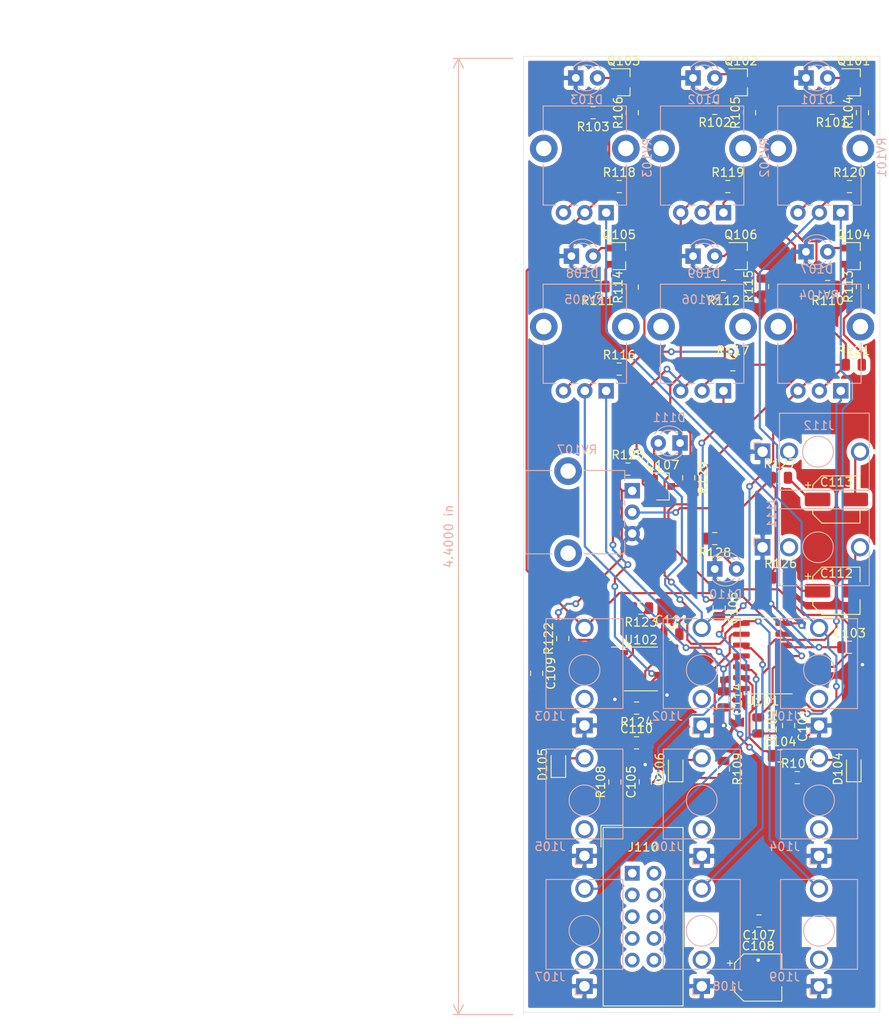
<source format=kicad_pcb>
(kicad_pcb (version 20171130) (host pcbnew "(5.1.2-1)-1")
  (layers (0 F.Cu signal) (31 B.Cu signal) (34 B.Paste user hide) (35 F.Paste user) (36 B.SilkS user) (37 F.SilkS user) (38 B.Mask user) (39 F.Mask user) (44 Edge.Cuts user))
  (net 0 "")
  (net 1 "Net-(C101-Pad1)")
  (net 2 GND)
  (net 3 "Net-(C102-Pad1)")
  (net 4 "Net-(C103-Pad1)")
  (net 5 "Net-(C104-Pad1)")
  (net 6 "Net-(C105-Pad1)")
  (net 7 "Net-(C106-Pad1)")
  (net 8 +12V)
  (net 9 "Net-(C109-Pad2)")
  (net 10 "Net-(C109-Pad1)")
  (net 11 "Net-(C110-Pad1)")
  (net 12 "Net-(C110-Pad2)")
  (net 13 "Net-(C112-Pad1)")
  (net 14 "Net-(C112-Pad2)")
  (net 15 "Net-(C113-Pad2)")
  (net 16 "Net-(C113-Pad1)")
  (net 17 "Net-(D101-Pad2)")
  (net 18 "Net-(D102-Pad2)")
  (net 19 "Net-(D103-Pad2)")
  (net 20 "Net-(D104-Pad1)")
  (net 21 "Net-(D104-Pad2)")
  (net 22 "Net-(D105-Pad2)")
  (net 23 "Net-(D105-Pad1)")
  (net 24 "Net-(D106-Pad1)")
  (net 25 "Net-(D106-Pad2)")
  (net 26 "Net-(D107-Pad2)")
  (net 27 "Net-(D108-Pad2)")
  (net 28 "Net-(D109-Pad2)")
  (net 29 "Net-(D110-Pad2)")
  (net 30 "Net-(D111-Pad2)")
  (net 31 /MIX_A)
  (net 32 /MIX_B)
  (net 33 /MIX_C)
  (net 34 /MIX_F)
  (net 35 /MIX_E)
  (net 36 /MIX_D)
  (net 37 "Net-(Q101-Pad2)")
  (net 38 "Net-(Q101-Pad3)")
  (net 39 "Net-(Q102-Pad2)")
  (net 40 "Net-(Q102-Pad3)")
  (net 41 "Net-(Q103-Pad3)")
  (net 42 "Net-(Q103-Pad2)")
  (net 43 "Net-(Q104-Pad3)")
  (net 44 "Net-(Q104-Pad2)")
  (net 45 "Net-(Q105-Pad2)")
  (net 46 "Net-(Q105-Pad3)")
  (net 47 "Net-(Q106-Pad2)")
  (net 48 "Net-(Q106-Pad3)")
  (net 49 "Net-(Q107-Pad3)")
  (net 50 "Net-(Q107-Pad2)")
  (net 51 "Net-(R126-Pad1)")
  (net 52 "Net-(J110-Pad+12)")
  (module Potentiometer_THT:Potentiometer_Alpha_RD901F-40-00D_Single_Vertical_CircularHoles (layer B.Cu) (at 118.364 37.592 90)
    (fp_text reference RV101 (at 6.45 4.8 -90) (layer B.SilkS) (effects (justify mirror)))
    (fp_text value B100K)
    (pad 1 thru_hole rect (at 0 0) (size 1.8 1.8) (drill 1) (layers *.Cu *.Mask) (net 1 "Net-(C101-Pad1)"))
    (pad 2 thru_hole circle (at 0 -2.5) (size 1.8 1.8) (drill 1) (layers *.Cu *.Mask) (net 31 /MIX_A))
    (pad 3 thru_hole circle (at 0 -5) (size 1.8 1.8) (drill 1) (layers *.Cu *.Mask) (net 31 /MIX_A))
    (pad "" thru_hole circle (at 7.5 -7.3) (size 3.24 3.24) (drill 1.8) (layers *.Cu *.Mask))
    (pad "" thru_hole circle (at 7.5 2.3) (size 3.24 3.24) (drill 1.8) (layers *.Cu *.Mask))
  )
  (module Resistor_SMD:R_0805_2012Metric (layer F.Cu) (at 105.7425 55.372)
    (fp_text reference R117 (at 0 -1.65) (layer F.SilkS))
    (fp_text value 10K)
    (pad 2 smd roundrect (at 0.9375 0) (size 0.975 1.4) (layers F.Cu F.Paste F.Mask) (net 12 "Net-(C110-Pad2)"))
    (pad 1 smd roundrect (at -0.9375 0) (size 0.975 1.4) (layers F.Cu F.Paste F.Mask) (net 36 /MIX_D))
  )
  (module Capacitor_SMD:C_0805_2012Metric (layer F.Cu) (at 112.268 97.536 270)
    (fp_text reference C101 (at 0 -1.65 90) (layer F.SilkS))
    (fp_text value 1.0uF)
    (pad 1 smd roundrect (at -0.9375 0 270) (size 0.975 1.4) (layers F.Cu F.Paste F.Mask) (net 1 "Net-(C101-Pad1)"))
    (pad 2 smd roundrect (at 0.9375 0 270) (size 0.975 1.4) (layers F.Cu F.Paste F.Mask) (net 2 GND))
  )
  (module Capacitor_SMD:C_0805_2012Metric (layer F.Cu) (at 108.712 97.536 270)
    (fp_text reference C102 (at 0 -1.65 90) (layer F.SilkS))
    (fp_text value 1.0uF)
    (pad 1 smd roundrect (at -0.9375 0 270) (size 0.975 1.4) (layers F.Cu F.Paste F.Mask) (net 3 "Net-(C102-Pad1)"))
    (pad 2 smd roundrect (at 0.9375 0 270) (size 0.975 1.4) (layers F.Cu F.Paste F.Mask) (net 2 GND))
  )
  (module Capacitor_SMD:C_0805_2012Metric (layer F.Cu) (at 119.38 88.392)
    (fp_text reference C103 (at 0 -1.65) (layer F.SilkS))
    (fp_text value 1.0uF)
    (pad 2 smd roundrect (at 0.9375 0) (size 0.975 1.4) (layers F.Cu F.Paste F.Mask) (net 2 GND))
    (pad 1 smd roundrect (at -0.9375 0) (size 0.975 1.4) (layers F.Cu F.Paste F.Mask) (net 4 "Net-(C103-Pad1)"))
  )
  (module Capacitor_SMD:C_0805_2012Metric (layer F.Cu) (at 111.252 101.092)
    (fp_text reference C104 (at 0 -1.65) (layer F.SilkS))
    (fp_text value 0.1uF)
    (pad 2 smd roundrect (at 0.9375 0) (size 0.975 1.4) (layers F.Cu F.Paste F.Mask) (net 2 GND))
    (pad 1 smd roundrect (at -0.9375 0) (size 0.975 1.4) (layers F.Cu F.Paste F.Mask) (net 5 "Net-(C104-Pad1)"))
  )
  (module Capacitor_SMD:C_0805_2012Metric (layer F.Cu) (at 95.504 104.14 90)
    (fp_text reference C105 (at 0 -1.65 90) (layer F.SilkS))
    (fp_text value 0.1uF)
    (pad 1 smd roundrect (at -0.9375 0 90) (size 0.975 1.4) (layers F.Cu F.Paste F.Mask) (net 6 "Net-(C105-Pad1)"))
    (pad 2 smd roundrect (at 0.9375 0 90) (size 0.975 1.4) (layers F.Cu F.Paste F.Mask) (net 2 GND))
  )
  (module Capacitor_SMD:C_0805_2012Metric (layer F.Cu) (at 104.14 83.82 270)
    (fp_text reference C106 (at 0 -1.65 90) (layer F.SilkS))
    (fp_text value 0.1uF)
    (pad 1 smd roundrect (at -0.9375 0 270) (size 0.975 1.4) (layers F.Cu F.Paste F.Mask) (net 7 "Net-(C106-Pad1)"))
    (pad 2 smd roundrect (at 0.9375 0 270) (size 0.975 1.4) (layers F.Cu F.Paste F.Mask) (net 2 GND))
  )
  (module Capacitor_SMD:C_0805_2012Metric (layer F.Cu) (at 108.7905 120.396 180)
    (fp_text reference C107 (at 0 -1.65) (layer F.SilkS))
    (fp_text value 0.01uF)
    (pad 2 smd roundrect (at 0.9375 0 180) (size 0.975 1.4) (layers F.Cu F.Paste F.Mask) (net 8 +12V))
    (pad 1 smd roundrect (at -0.9375 0 180) (size 0.975 1.4) (layers F.Cu F.Paste F.Mask) (net 2 GND))
  )
  (module Capacitor_SMD:CP_Elec_5x5.4 (layer F.Cu) (at 108.712 127)
    (fp_text reference C108 (at 0 -3.7) (layer F.SilkS))
    (fp_text value 10uF)
    (pad 1 smd roundrect (at -2.2 0) (size 3 1.6) (layers F.Cu F.Paste F.Mask) (roundrect_rratio 0.15625) (net 8 +12V))
    (pad 2 smd roundrect (at 2.2 0) (size 3 1.6) (layers F.Cu F.Paste F.Mask) (roundrect_rratio 0.15625) (net 2 GND))
  )
  (module Capacitor_SMD:C_0805_2012Metric (layer F.Cu) (at 82.804 91.44 270)
    (fp_text reference C109 (at 0 -1.65 90) (layer F.SilkS))
    (fp_text value 47pF)
    (pad 2 smd roundrect (at 0.9375 0 270) (size 0.975 1.4) (layers F.Cu F.Paste F.Mask) (net 9 "Net-(C109-Pad2)"))
    (pad 1 smd roundrect (at -0.9375 0 270) (size 0.975 1.4) (layers F.Cu F.Paste F.Mask) (net 10 "Net-(C109-Pad1)"))
  )
  (module Capacitor_SMD:C_0805_2012Metric (layer F.Cu) (at 94.488 99.568)
    (fp_text reference C110 (at 0 -1.65) (layer F.SilkS))
    (fp_text value 27pF)
    (pad 1 smd roundrect (at -0.9375 0) (size 0.975 1.4) (layers F.Cu F.Paste F.Mask) (net 11 "Net-(C110-Pad1)"))
    (pad 2 smd roundrect (at 0.9375 0) (size 0.975 1.4) (layers F.Cu F.Paste F.Mask) (net 12 "Net-(C110-Pad2)"))
  )
  (module Capacitor_SMD:C_0805_2012Metric (layer F.Cu) (at 98.552 86.868)
    (fp_text reference C111 (at 0 -1.65) (layer F.SilkS))
    (fp_text value 0.1uF)
    (pad 2 smd roundrect (at 0.9375 0) (size 0.975 1.4) (layers F.Cu F.Paste F.Mask) (net 2 GND))
    (pad 1 smd roundrect (at -0.9375 0) (size 0.975 1.4) (layers F.Cu F.Paste F.Mask) (net 8 +12V))
  )
  (module Capacitor_SMD:CP_Elec_5x5.4 (layer F.Cu) (at 117.856 81.788)
    (fp_text reference C112 (at 0 -2.032) (layer F.SilkS))
    (fp_text value 10uF)
    (pad 1 smd roundrect (at -2.2 0) (size 3 1.6) (layers F.Cu F.Paste F.Mask) (roundrect_rratio 0.15625) (net 13 "Net-(C112-Pad1)"))
    (pad 2 smd roundrect (at 2.2 0) (size 3 1.6) (layers F.Cu F.Paste F.Mask) (roundrect_rratio 0.15625) (net 14 "Net-(C112-Pad2)"))
  )
  (module Capacitor_SMD:CP_Elec_5x5.4 (layer F.Cu) (at 117.856 71.12)
    (fp_text reference C113 (at 0 -2.032) (layer F.SilkS))
    (fp_text value 10uF)
    (pad 2 smd roundrect (at 2.2 0) (size 3 1.6) (layers F.Cu F.Paste F.Mask) (roundrect_rratio 0.15625) (net 15 "Net-(C113-Pad2)"))
    (pad 1 smd roundrect (at -2.2 0) (size 3 1.6) (layers F.Cu F.Paste F.Mask) (roundrect_rratio 0.15625) (net 16 "Net-(C113-Pad1)"))
  )
  (module Capacitor_SMD:C_0805_2012Metric (layer F.Cu) (at 104.648 94.488 270)
    (fp_text reference C114 (at 0 -1.65 90) (layer F.SilkS))
    (fp_text value 0.1uF)
    (pad 1 smd roundrect (at -0.9375 0 270) (size 0.975 1.4) (layers F.Cu F.Paste F.Mask) (net 8 +12V))
    (pad 2 smd roundrect (at 0.9375 0 270) (size 0.975 1.4) (layers F.Cu F.Paste F.Mask) (net 2 GND))
  )
  (module LED_THT:LED_D3.0mm (layer B.Cu) (at 114.3 21.844)
    (fp_text reference D101 (at 1.27 2.54) (layer B.SilkS) (effects (justify mirror)))
    (fp_text value R)
    (pad 1 thru_hole rect (at 0 0) (size 1.8 1.8) (drill 0.9) (layers *.Cu *.Mask) (net 2 GND))
    (pad 2 thru_hole circle (at 2.54 0) (size 1.8 1.8) (drill 0.9) (layers *.Cu *.Mask) (net 17 "Net-(D101-Pad2)"))
  )
  (module LED_THT:LED_D3.0mm (layer B.Cu) (at 101.092 21.844)
    (fp_text reference D102 (at 1.27 2.54) (layer B.SilkS) (effects (justify mirror)))
    (fp_text value R)
    (pad 2 thru_hole circle (at 2.54 0) (size 1.8 1.8) (drill 0.9) (layers *.Cu *.Mask) (net 18 "Net-(D102-Pad2)"))
    (pad 1 thru_hole rect (at 0 0) (size 1.8 1.8) (drill 0.9) (layers *.Cu *.Mask) (net 2 GND))
  )
  (module LED_THT:LED_D3.0mm (layer B.Cu) (at 87.376 21.844)
    (fp_text reference D103 (at 1.27 2.54) (layer B.SilkS) (effects (justify mirror)))
    (fp_text value R)
    (pad 2 thru_hole circle (at 2.54 0) (size 1.8 1.8) (drill 0.9) (layers *.Cu *.Mask) (net 19 "Net-(D103-Pad2)"))
    (pad 1 thru_hole rect (at 0 0) (size 1.8 1.8) (drill 0.9) (layers *.Cu *.Mask) (net 2 GND))
  )
  (module Diode_SMD:D_SOD-323 (layer F.Cu) (at 119.888 102.616 90)
    (fp_text reference D104 (at 0 -1.85 90) (layer F.SilkS))
    (fp_text value 1N4148)
    (pad 1 smd rect (at -1.05 0 90) (size 0.6 0.45) (layers F.Cu F.Paste F.Mask) (net 20 "Net-(D104-Pad1)"))
    (pad 2 smd rect (at 1.05 0 90) (size 0.6 0.45) (layers F.Cu F.Paste F.Mask) (net 21 "Net-(D104-Pad2)"))
  )
  (module Diode_SMD:D_SOD-323 (layer F.Cu) (at 85.344 102.108 90)
    (fp_text reference D105 (at 0 -1.85 90) (layer F.SilkS))
    (fp_text value 1N4148)
    (pad 2 smd rect (at 1.05 0 90) (size 0.6 0.45) (layers F.Cu F.Paste F.Mask) (net 22 "Net-(D105-Pad2)"))
    (pad 1 smd rect (at -1.05 0 90) (size 0.6 0.45) (layers F.Cu F.Paste F.Mask) (net 23 "Net-(D105-Pad1)"))
  )
  (module Diode_SMD:D_SOD-323 (layer F.Cu) (at 99.06 102.616 90)
    (fp_text reference D106 (at 0 -1.85 90) (layer F.SilkS))
    (fp_text value 1N4148)
    (pad 1 smd rect (at -1.05 0 90) (size 0.6 0.45) (layers F.Cu F.Paste F.Mask) (net 24 "Net-(D106-Pad1)"))
    (pad 2 smd rect (at 1.05 0 90) (size 0.6 0.45) (layers F.Cu F.Paste F.Mask) (net 25 "Net-(D106-Pad2)"))
  )
  (module LED_THT:LED_D3.0mm (layer B.Cu) (at 114.3 42.164)
    (fp_text reference D107 (at 1.27 2.032) (layer B.SilkS) (effects (justify mirror)))
    (fp_text value R)
    (pad 1 thru_hole rect (at 0 0) (size 1.8 1.8) (drill 0.9) (layers *.Cu *.Mask) (net 2 GND))
    (pad 2 thru_hole circle (at 2.54 0) (size 1.8 1.8) (drill 0.9) (layers *.Cu *.Mask) (net 26 "Net-(D107-Pad2)"))
  )
  (module LED_THT:LED_D3.0mm (layer B.Cu) (at 86.868 42.672)
    (fp_text reference D108 (at 1.27 2.032) (layer B.SilkS) (effects (justify mirror)))
    (fp_text value R)
    (pad 1 thru_hole rect (at 0 0) (size 1.8 1.8) (drill 0.9) (layers *.Cu *.Mask) (net 2 GND))
    (pad 2 thru_hole circle (at 2.54 0) (size 1.8 1.8) (drill 0.9) (layers *.Cu *.Mask) (net 27 "Net-(D108-Pad2)"))
  )
  (module LED_THT:LED_D3.0mm (layer B.Cu) (at 101.092 42.672)
    (fp_text reference D109 (at 1.27 2.032) (layer B.SilkS) (effects (justify mirror)))
    (fp_text value R)
    (pad 2 thru_hole circle (at 2.54 0) (size 1.8 1.8) (drill 0.9) (layers *.Cu *.Mask) (net 28 "Net-(D109-Pad2)"))
    (pad 1 thru_hole rect (at 0 0) (size 1.8 1.8) (drill 0.9) (layers *.Cu *.Mask) (net 2 GND))
  )
  (module LED_THT:LED_D3.0mm (layer B.Cu) (at 103.632 79.248)
    (fp_text reference D110 (at 1.27 2.96) (layer B.SilkS) (effects (justify mirror)))
    (fp_text value R)
    (pad 1 thru_hole rect (at 0 0) (size 1.8 1.8) (drill 0.9) (layers *.Cu *.Mask) (net 2 GND))
    (pad 2 thru_hole circle (at 2.54 0) (size 1.8 1.8) (drill 0.9) (layers *.Cu *.Mask) (net 29 "Net-(D110-Pad2)"))
  )
  (module LED_THT:LED_D3.0mm (layer B.Cu) (at 99.568 64.516 180)
    (fp_text reference D111 (at 1.27 2.96) (layer B.SilkS) (effects (justify mirror)))
    (fp_text value Y)
    (pad 2 thru_hole circle (at 2.54 0 180) (size 1.8 1.8) (drill 0.9) (layers *.Cu *.Mask) (net 30 "Net-(D111-Pad2)"))
    (pad 1 thru_hole rect (at 0 0 180) (size 1.8 1.8) (drill 0.9) (layers *.Cu *.Mask) (net 2 GND))
  )
  (module Connector_Audio:Jack_3.5mm_QingPu_WQP-PJ398SM_Vertical_CircularHoles (layer B.Cu) (at 115.824 97.536)
    (fp_text reference J101 (at -4.03 -1.08 -180) (layer B.SilkS) (effects (justify mirror)))
    (fp_text value AudioJack2)
    (pad TN thru_hole circle (at 0 -3.1 180) (size 2.13 2.13) (drill 1.42) (layers *.Cu *.Mask))
    (pad S thru_hole rect (at 0 0 180) (size 1.93 1.83) (drill 1.22) (layers *.Cu *.Mask) (net 2 GND))
    (pad T thru_hole circle (at 0 -11.4 180) (size 2.13 2.13) (drill 1.43) (layers *.Cu *.Mask) (net 31 /MIX_A))
  )
  (module Connector_Audio:Jack_3.5mm_QingPu_WQP-PJ398SM_Vertical_CircularHoles (layer B.Cu) (at 102.108 97.536)
    (fp_text reference J102 (at -4.03 -1.08 -180) (layer B.SilkS) (effects (justify mirror)))
    (fp_text value AudioJack2)
    (pad TN thru_hole circle (at 0 -3.1 180) (size 2.13 2.13) (drill 1.42) (layers *.Cu *.Mask))
    (pad S thru_hole rect (at 0 0 180) (size 1.93 1.83) (drill 1.22) (layers *.Cu *.Mask) (net 2 GND))
    (pad T thru_hole circle (at 0 -11.4 180) (size 2.13 2.13) (drill 1.43) (layers *.Cu *.Mask) (net 32 /MIX_B))
  )
  (module Connector_Audio:Jack_3.5mm_QingPu_WQP-PJ398SM_Vertical_CircularHoles (layer B.Cu) (at 88.392 97.536)
    (fp_text reference J103 (at -4.03 -1.08 -180) (layer B.SilkS) (effects (justify mirror)))
    (fp_text value AudioJack2)
    (pad TN thru_hole circle (at 0 -3.1 180) (size 2.13 2.13) (drill 1.42) (layers *.Cu *.Mask))
    (pad S thru_hole rect (at 0 0 180) (size 1.93 1.83) (drill 1.22) (layers *.Cu *.Mask) (net 2 GND))
    (pad T thru_hole circle (at 0 -11.4 180) (size 2.13 2.13) (drill 1.43) (layers *.Cu *.Mask) (net 33 /MIX_C))
  )
  (module Connector_Audio:Jack_3.5mm_QingPu_WQP-PJ398SM_Vertical_CircularHoles (layer B.Cu) (at 115.824 112.776)
    (fp_text reference J104 (at -4.03 -1.08 -180) (layer B.SilkS) (effects (justify mirror)))
    (fp_text value AudioJack2)
    (pad T thru_hole circle (at 0 -11.4 180) (size 2.13 2.13) (drill 1.43) (layers *.Cu *.Mask) (net 21 "Net-(D104-Pad2)"))
    (pad S thru_hole rect (at 0 0 180) (size 1.93 1.83) (drill 1.22) (layers *.Cu *.Mask) (net 2 GND))
    (pad TN thru_hole circle (at 0 -3.1 180) (size 2.13 2.13) (drill 1.42) (layers *.Cu *.Mask))
  )
  (module Connector_Audio:Jack_3.5mm_QingPu_WQP-PJ398SM_Vertical_CircularHoles (layer B.Cu) (at 88.392 112.776)
    (fp_text reference J105 (at -4.03 -1.08 -180) (layer B.SilkS) (effects (justify mirror)))
    (fp_text value AudioJack2)
    (pad TN thru_hole circle (at 0 -3.1 180) (size 2.13 2.13) (drill 1.42) (layers *.Cu *.Mask))
    (pad S thru_hole rect (at 0 0 180) (size 1.93 1.83) (drill 1.22) (layers *.Cu *.Mask) (net 2 GND))
    (pad T thru_hole circle (at 0 -11.4 180) (size 2.13 2.13) (drill 1.43) (layers *.Cu *.Mask) (net 22 "Net-(D105-Pad2)"))
  )
  (module Connector_Audio:Jack_3.5mm_QingPu_WQP-PJ398SM_Vertical_CircularHoles (layer B.Cu) (at 102.108 112.776)
    (fp_text reference J106 (at -4.03 -1.08 -180) (layer B.SilkS) (effects (justify mirror)))
    (fp_text value AudioJack2)
    (pad T thru_hole circle (at 0 -11.4 180) (size 2.13 2.13) (drill 1.43) (layers *.Cu *.Mask) (net 25 "Net-(D106-Pad2)"))
    (pad S thru_hole rect (at 0 0 180) (size 1.93 1.83) (drill 1.22) (layers *.Cu *.Mask) (net 2 GND))
    (pad TN thru_hole circle (at 0 -3.1 180) (size 2.13 2.13) (drill 1.42) (layers *.Cu *.Mask))
  )
  (module Connector_Audio:Jack_3.5mm_QingPu_WQP-PJ398SM_Vertical_CircularHoles (layer B.Cu) (at 88.392 128.016)
    (fp_text reference J107 (at -4.03 -1.08 -180) (layer B.SilkS) (effects (justify mirror)))
    (fp_text value AudioJack2)
    (pad TN thru_hole circle (at 0 -3.1 180) (size 2.13 2.13) (drill 1.42) (layers *.Cu *.Mask))
    (pad S thru_hole rect (at 0 0 180) (size 1.93 1.83) (drill 1.22) (layers *.Cu *.Mask) (net 2 GND))
    (pad T thru_hole circle (at 0 -11.4 180) (size 2.13 2.13) (drill 1.43) (layers *.Cu *.Mask) (net 34 /MIX_F))
  )
  (module Connector_Audio:Jack_3.5mm_QingPu_WQP-PJ398SM_Vertical_CircularHoles (layer B.Cu) (at 102.108 128.016)
    (fp_text reference J108 (at 3.048 0 -180) (layer B.SilkS) (effects (justify mirror)))
    (fp_text value AudioJack2)
    (pad TN thru_hole circle (at 0 -3.1 180) (size 2.13 2.13) (drill 1.42) (layers *.Cu *.Mask))
    (pad S thru_hole rect (at 0 0 180) (size 1.93 1.83) (drill 1.22) (layers *.Cu *.Mask) (net 2 GND))
    (pad T thru_hole circle (at 0 -11.4 180) (size 2.13 2.13) (drill 1.43) (layers *.Cu *.Mask) (net 35 /MIX_E))
  )
  (module Connector_Audio:Jack_3.5mm_QingPu_WQP-PJ398SM_Vertical_CircularHoles (layer B.Cu) (at 115.824 128.016)
    (fp_text reference J109 (at -4.03 -1.08 -180) (layer B.SilkS) (effects (justify mirror)))
    (fp_text value AudioJack2)
    (pad T thru_hole circle (at 0 -11.4 180) (size 2.13 2.13) (drill 1.43) (layers *.Cu *.Mask) (net 36 /MIX_D))
    (pad S thru_hole rect (at 0 0 180) (size 1.93 1.83) (drill 1.22) (layers *.Cu *.Mask) (net 2 GND))
    (pad TN thru_hole circle (at 0 -3.1 180) (size 2.13 2.13) (drill 1.42) (layers *.Cu *.Mask))
  )
  (module Connectors_IDC:IDC-Header_2x05_Pitch2.54mm_Straight (layer F.Cu) (at 93.98 114.808)
    (fp_text reference J110 (at 1.27 -3.048) (layer F.SilkS))
    (fp_text value Conn_IDC_Box_Header_02x05_Top_Bottom)
    (pad 1 thru_hole rect (at 0 0) (size 1.7272 1.7272) (drill 1.016) (layers *.Cu *.Mask))
    (pad 2 thru_hole oval (at 2.54 0) (size 1.7272 1.7272) (drill 1.016) (layers *.Cu *.Mask))
    (pad 3 thru_hole oval (at 0 2.54) (size 1.7272 1.7272) (drill 1.016) (layers *.Cu *.Mask))
    (pad 4 thru_hole oval (at 2.54 2.54) (size 1.7272 1.7272) (drill 1.016) (layers *.Cu *.Mask))
    (pad 5 thru_hole oval (at 0 5.08) (size 1.7272 1.7272) (drill 1.016) (layers *.Cu *.Mask))
    (pad 6 thru_hole oval (at 2.54 5.08) (size 1.7272 1.7272) (drill 1.016) (layers *.Cu *.Mask))
    (pad 7 thru_hole oval (at 0 7.62) (size 1.7272 1.7272) (drill 1.016) (layers *.Cu *.Mask))
    (pad 8 thru_hole oval (at 2.54 7.62) (size 1.7272 1.7272) (drill 1.016) (layers *.Cu *.Mask))
    (pad 9 thru_hole oval (at 0 10.16) (size 1.7272 1.7272) (drill 1.016) (layers *.Cu *.Mask))
    (pad 10 thru_hole oval (at 2.54 10.16) (size 1.7272 1.7272) (drill 1.016) (layers *.Cu *.Mask))
  )
  (module Connector_Audio:Jack_3.5mm_QingPu_WQP-PJ398SM_Vertical_CircularHoles (layer B.Cu) (at 109.22 76.708 270)
    (fp_text reference J111 (at -4.03 -1.08 270) (layer B.SilkS) (effects (justify mirror)))
    (fp_text value AudioJack2)
    (pad T thru_hole circle (at 0 -11.4 90) (size 2.13 2.13) (drill 1.43) (layers *.Cu *.Mask) (net 14 "Net-(C112-Pad2)"))
    (pad S thru_hole rect (at 0 0 90) (size 1.93 1.83) (drill 1.22) (layers *.Cu *.Mask) (net 2 GND))
    (pad TN thru_hole circle (at 0 -3.1 90) (size 2.13 2.13) (drill 1.42) (layers *.Cu *.Mask))
  )
  (module Connector_Audio:Jack_3.5mm_QingPu_WQP-PJ398SM_Vertical_CircularHoles (layer B.Cu) (at 109.22 65.532 270)
    (fp_text reference J112 (at -3.048 -6.604) (layer B.SilkS) (effects (justify mirror)))
    (fp_text value AudioJack2)
    (pad T thru_hole circle (at 0 -11.4 90) (size 2.13 2.13) (drill 1.43) (layers *.Cu *.Mask) (net 15 "Net-(C113-Pad2)"))
    (pad S thru_hole rect (at 0 0 90) (size 1.93 1.83) (drill 1.22) (layers *.Cu *.Mask) (net 2 GND))
    (pad TN thru_hole circle (at 0 -3.1 90) (size 2.13 2.13) (drill 1.42) (layers *.Cu *.Mask))
  )
  (module Resistor_SMD:R_0805_2012Metric (layer F.Cu) (at 117.348 25.4 180)
    (fp_text reference R101 (at 0 -1.65) (layer F.SilkS))
    (fp_text value 47K)
    (pad 1 smd roundrect (at -0.9375 0 180) (size 0.975 1.4) (layers F.Cu F.Paste F.Mask) (net 37 "Net-(Q101-Pad2)"))
    (pad 2 smd roundrect (at 0.9375 0 180) (size 0.975 1.4) (layers F.Cu F.Paste F.Mask) (net 31 /MIX_A))
  )
  (module Resistor_SMD:R_0805_2012Metric (layer F.Cu) (at 103.632 25.4 180)
    (fp_text reference R102 (at 0 -1.65) (layer F.SilkS))
    (fp_text value 47K)
    (pad 1 smd roundrect (at -0.9375 0 180) (size 0.975 1.4) (layers F.Cu F.Paste F.Mask) (net 39 "Net-(Q102-Pad2)"))
    (pad 2 smd roundrect (at 0.9375 0 180) (size 0.975 1.4) (layers F.Cu F.Paste F.Mask) (net 32 /MIX_B))
  )
  (module Resistor_SMD:R_0805_2012Metric (layer F.Cu) (at 89.408 25.908 180)
    (fp_text reference R103 (at 0 -1.65) (layer F.SilkS))
    (fp_text value 47K)
    (pad 2 smd roundrect (at 0.9375 0 180) (size 0.975 1.4) (layers F.Cu F.Paste F.Mask) (net 33 /MIX_C))
    (pad 1 smd roundrect (at -0.9375 0 180) (size 0.975 1.4) (layers F.Cu F.Paste F.Mask) (net 42 "Net-(Q103-Pad2)"))
  )
  (module Resistor_SMD:R_0805_2012Metric (layer F.Cu) (at 120.904 25.908 90)
    (fp_text reference R104 (at 0 -1.65 90) (layer F.SilkS))
    (fp_text value 2K)
    (pad 2 smd roundrect (at 0.9375 0 90) (size 0.975 1.4) (layers F.Cu F.Paste F.Mask) (net 38 "Net-(Q101-Pad3)"))
    (pad 1 smd roundrect (at -0.9375 0 90) (size 0.975 1.4) (layers F.Cu F.Paste F.Mask) (net 8 +12V))
  )
  (module Resistor_SMD:R_0805_2012Metric (layer F.Cu) (at 107.696 25.908 90)
    (fp_text reference R105 (at 0 -1.65 90) (layer F.SilkS))
    (fp_text value 2K)
    (pad 2 smd roundrect (at 0.9375 0 90) (size 0.975 1.4) (layers F.Cu F.Paste F.Mask) (net 40 "Net-(Q102-Pad3)"))
    (pad 1 smd roundrect (at -0.9375 0 90) (size 0.975 1.4) (layers F.Cu F.Paste F.Mask) (net 8 +12V))
  )
  (module Resistor_SMD:R_0805_2012Metric (layer F.Cu) (at 93.98 25.908 90)
    (fp_text reference R106 (at 0 -1.65 90) (layer F.SilkS))
    (fp_text value 2K)
    (pad 2 smd roundrect (at 0.9375 0 90) (size 0.975 1.4) (layers F.Cu F.Paste F.Mask) (net 41 "Net-(Q103-Pad3)"))
    (pad 1 smd roundrect (at -0.9375 0 90) (size 0.975 1.4) (layers F.Cu F.Paste F.Mask) (net 8 +12V))
  )
  (module Resistor_SMD:R_0805_2012Metric (layer F.Cu) (at 113.284 103.632)
    (fp_text reference R107 (at 0 -1.65) (layer F.SilkS))
    (fp_text value 1K)
    (pad 1 smd roundrect (at -0.9375 0) (size 0.975 1.4) (layers F.Cu F.Paste F.Mask) (net 5 "Net-(C104-Pad1)"))
    (pad 2 smd roundrect (at 0.9375 0) (size 0.975 1.4) (layers F.Cu F.Paste F.Mask) (net 20 "Net-(D104-Pad1)"))
  )
  (module Resistor_SMD:R_0805_2012Metric (layer F.Cu) (at 91.948 104.14 90)
    (fp_text reference R108 (at 0 -1.65 90) (layer F.SilkS))
    (fp_text value 1K)
    (pad 1 smd roundrect (at -0.9375 0 90) (size 0.975 1.4) (layers F.Cu F.Paste F.Mask) (net 6 "Net-(C105-Pad1)"))
    (pad 2 smd roundrect (at 0.9375 0 90) (size 0.975 1.4) (layers F.Cu F.Paste F.Mask) (net 23 "Net-(D105-Pad1)"))
  )
  (module Resistor_SMD:R_0805_2012Metric (layer F.Cu) (at 104.648 102.616 270)
    (fp_text reference R109 (at 0 -1.65 90) (layer F.SilkS))
    (fp_text value 1K)
    (pad 1 smd roundrect (at -0.9375 0 270) (size 0.975 1.4) (layers F.Cu F.Paste F.Mask) (net 7 "Net-(C106-Pad1)"))
    (pad 2 smd roundrect (at 0.9375 0 270) (size 0.975 1.4) (layers F.Cu F.Paste F.Mask) (net 24 "Net-(D106-Pad1)"))
  )
  (module Resistor_SMD:R_0805_2012Metric (layer F.Cu) (at 116.84 46.228 180)
    (fp_text reference R110 (at 0 -1.65) (layer F.SilkS))
    (fp_text value 47K)
    (pad 1 smd roundrect (at -0.9375 0 180) (size 0.975 1.4) (layers F.Cu F.Paste F.Mask) (net 44 "Net-(Q104-Pad2)"))
    (pad 2 smd roundrect (at 0.9375 0 180) (size 0.975 1.4) (layers F.Cu F.Paste F.Mask) (net 34 /MIX_F))
  )
  (module Resistor_SMD:R_0805_2012Metric (layer F.Cu) (at 89.916 46.228 180)
    (fp_text reference R111 (at 0 -1.65) (layer F.SilkS))
    (fp_text value 47K)
    (pad 2 smd roundrect (at 0.9375 0 180) (size 0.975 1.4) (layers F.Cu F.Paste F.Mask) (net 35 /MIX_E))
    (pad 1 smd roundrect (at -0.9375 0 180) (size 0.975 1.4) (layers F.Cu F.Paste F.Mask) (net 45 "Net-(Q105-Pad2)"))
  )
  (module Resistor_SMD:R_0805_2012Metric (layer F.Cu) (at 104.648 46.228 180)
    (fp_text reference R112 (at 0 -1.65) (layer F.SilkS))
    (fp_text value 47K)
    (pad 1 smd roundrect (at -0.9375 0 180) (size 0.975 1.4) (layers F.Cu F.Paste F.Mask) (net 47 "Net-(Q106-Pad2)"))
    (pad 2 smd roundrect (at 0.9375 0 180) (size 0.975 1.4) (layers F.Cu F.Paste F.Mask) (net 36 /MIX_D))
  )
  (module Resistor_SMD:R_0805_2012Metric (layer F.Cu) (at 120.904 46.228 90)
    (fp_text reference R113 (at 0 -1.65 90) (layer F.SilkS))
    (fp_text value 2K)
    (pad 2 smd roundrect (at 0.9375 0 90) (size 0.975 1.4) (layers F.Cu F.Paste F.Mask) (net 43 "Net-(Q104-Pad3)"))
    (pad 1 smd roundrect (at -0.9375 0 90) (size 0.975 1.4) (layers F.Cu F.Paste F.Mask) (net 8 +12V))
  )
  (module Resistor_SMD:R_0805_2012Metric (layer F.Cu) (at 93.98 46.3065 90)
    (fp_text reference R114 (at 0 -1.65 90) (layer F.SilkS))
    (fp_text value 2K)
    (pad 1 smd roundrect (at -0.9375 0 90) (size 0.975 1.4) (layers F.Cu F.Paste F.Mask) (net 8 +12V))
    (pad 2 smd roundrect (at 0.9375 0 90) (size 0.975 1.4) (layers F.Cu F.Paste F.Mask) (net 46 "Net-(Q105-Pad3)"))
  )
  (module Resistor_SMD:R_0805_2012Metric (layer F.Cu) (at 109.22 46.228 90)
    (fp_text reference R115 (at 0 -1.65 90) (layer F.SilkS))
    (fp_text value 2K)
    (pad 1 smd roundrect (at -0.9375 0 90) (size 0.975 1.4) (layers F.Cu F.Paste F.Mask) (net 8 +12V))
    (pad 2 smd roundrect (at 0.9375 0 90) (size 0.975 1.4) (layers F.Cu F.Paste F.Mask) (net 48 "Net-(Q106-Pad3)"))
  )
  (module Resistor_SMD:R_0805_2012Metric (layer F.Cu) (at 92.456 55.88)
    (fp_text reference R116 (at 0 -1.65) (layer F.SilkS))
    (fp_text value 10K)
    (pad 1 smd roundrect (at -0.9375 0) (size 0.975 1.4) (layers F.Cu F.Paste F.Mask) (net 35 /MIX_E))
    (pad 2 smd roundrect (at 0.9375 0) (size 0.975 1.4) (layers F.Cu F.Paste F.Mask) (net 12 "Net-(C110-Pad2)"))
  )
  (module Resistor_SMD:R_0805_2012Metric (layer F.Cu) (at 92.456 34.544)
    (fp_text reference R118 (at 0 -1.65) (layer F.SilkS))
    (fp_text value 10K)
    (pad 1 smd roundrect (at -0.9375 0) (size 0.975 1.4) (layers F.Cu F.Paste F.Mask) (net 33 /MIX_C))
    (pad 2 smd roundrect (at 0.9375 0) (size 0.975 1.4) (layers F.Cu F.Paste F.Mask) (net 12 "Net-(C110-Pad2)"))
  )
  (module Resistor_SMD:R_0805_2012Metric (layer F.Cu) (at 105.156 34.544)
    (fp_text reference R119 (at 0 -1.65) (layer F.SilkS))
    (fp_text value 10K)
    (pad 2 smd roundrect (at 0.9375 0) (size 0.975 1.4) (layers F.Cu F.Paste F.Mask) (net 12 "Net-(C110-Pad2)"))
    (pad 1 smd roundrect (at -0.9375 0) (size 0.975 1.4) (layers F.Cu F.Paste F.Mask) (net 32 /MIX_B))
  )
  (module Resistor_SMD:R_0805_2012Metric (layer F.Cu) (at 119.38 34.544)
    (fp_text reference R120 (at 0 -1.65) (layer F.SilkS))
    (fp_text value 10K)
    (pad 2 smd roundrect (at 0.9375 0) (size 0.975 1.4) (layers F.Cu F.Paste F.Mask) (net 12 "Net-(C110-Pad2)"))
    (pad 1 smd roundrect (at -0.9375 0) (size 0.975 1.4) (layers F.Cu F.Paste F.Mask) (net 31 /MIX_A))
  )
  (module Resistor_SMD:R_0805_2012Metric (layer F.Cu) (at 119.888 55.372)
    (fp_text reference R121 (at 0 -1.65) (layer F.SilkS))
    (fp_text value 10K)
    (pad 2 smd roundrect (at 0.9375 0) (size 0.975 1.4) (layers F.Cu F.Paste F.Mask) (net 12 "Net-(C110-Pad2)"))
    (pad 1 smd roundrect (at -0.9375 0) (size 0.975 1.4) (layers F.Cu F.Paste F.Mask) (net 34 /MIX_F))
  )
  (module Resistor_SMD:R_0805_2012Metric (layer F.Cu) (at 85.852 87.376 90)
    (fp_text reference R122 (at 0 -1.65 90) (layer F.SilkS))
    (fp_text value 10K)
    (pad 1 smd roundrect (at -0.9375 0 90) (size 0.975 1.4) (layers F.Cu F.Paste F.Mask) (net 9 "Net-(C109-Pad2)"))
    (pad 2 smd roundrect (at 0.9375 0 90) (size 0.975 1.4) (layers F.Cu F.Paste F.Mask) (net 10 "Net-(C109-Pad1)"))
  )
  (module Resistor_SMD:R_0805_2012Metric (layer F.Cu) (at 94.996 83.82 180)
    (fp_text reference R123 (at 0 -1.65) (layer F.SilkS))
    (fp_text value 10K)
    (pad 1 smd roundrect (at -0.9375 0 180) (size 0.975 1.4) (layers F.Cu F.Paste F.Mask) (net 11 "Net-(C110-Pad1)"))
    (pad 2 smd roundrect (at 0.9375 0 180) (size 0.975 1.4) (layers F.Cu F.Paste F.Mask) (net 9 "Net-(C109-Pad2)"))
  )
  (module Resistor_SMD:R_0805_2012Metric (layer F.Cu) (at 94.488 95.504 180)
    (fp_text reference R124 (at 0 -1.65) (layer F.SilkS))
    (fp_text value 10K)
    (pad 2 smd roundrect (at 0.9375 0 180) (size 0.975 1.4) (layers F.Cu F.Paste F.Mask) (net 11 "Net-(C110-Pad1)"))
    (pad 1 smd roundrect (at -0.9375 0 180) (size 0.975 1.4) (layers F.Cu F.Paste F.Mask) (net 12 "Net-(C110-Pad2)"))
  )
  (module Resistor_SMD:R_0805_2012Metric (layer F.Cu) (at 93.472 67.564)
    (fp_text reference R125 (at 0 -1.65) (layer F.SilkS))
    (fp_text value 47K)
    (pad 2 smd roundrect (at 0.9375 0) (size 0.975 1.4) (layers F.Cu F.Paste F.Mask) (net 50 "Net-(Q107-Pad2)"))
    (pad 1 smd roundrect (at -0.9375 0) (size 0.975 1.4) (layers F.Cu F.Paste F.Mask) (net 10 "Net-(C109-Pad1)"))
  )
  (module Resistor_SMD:R_0805_2012Metric (layer F.Cu) (at 111.3305 80.264)
    (fp_text reference R126 (at 0 -1.65) (layer F.SilkS))
    (fp_text value 100R)
    (pad 1 smd roundrect (at -0.9375 0) (size 0.975 1.4) (layers F.Cu F.Paste F.Mask) (net 51 "Net-(R126-Pad1)"))
    (pad 2 smd roundrect (at 0.9375 0) (size 0.975 1.4) (layers F.Cu F.Paste F.Mask) (net 13 "Net-(C112-Pad1)"))
  )
  (module Resistor_SMD:R_0805_2012Metric (layer F.Cu) (at 111.252 68.58)
    (fp_text reference R127 (at 0 -1.65) (layer F.SilkS))
    (fp_text value 100R)
    (pad 2 smd roundrect (at 0.9375 0) (size 0.975 1.4) (layers F.Cu F.Paste F.Mask) (net 16 "Net-(C113-Pad1)"))
    (pad 1 smd roundrect (at -0.9375 0) (size 0.975 1.4) (layers F.Cu F.Paste F.Mask) (net 51 "Net-(R126-Pad1)"))
  )
  (module Resistor_SMD:R_0805_2012Metric (layer F.Cu) (at 103.632 75.692 180)
    (fp_text reference R128 (at 0 -1.65) (layer F.SilkS))
    (fp_text value 22K)
    (pad 2 smd roundrect (at 0.9375 0 180) (size 0.975 1.4) (layers F.Cu F.Paste F.Mask) (net 52 "Net-(J110-Pad+12)"))
    (pad 1 smd roundrect (at -0.9375 0 180) (size 0.975 1.4) (layers F.Cu F.Paste F.Mask) (net 29 "Net-(D110-Pad2)"))
  )
  (module Resistor_SMD:R_0805_2012Metric (layer F.Cu) (at 100.584 68.58 270)
    (fp_text reference R129 (at 0 -1.65 90) (layer F.SilkS))
    (fp_text value 2K)
    (pad 1 smd roundrect (at -0.9375 0 270) (size 0.975 1.4) (layers F.Cu F.Paste F.Mask) (net 8 +12V))
    (pad 2 smd roundrect (at 0.9375 0 270) (size 0.975 1.4) (layers F.Cu F.Paste F.Mask) (net 49 "Net-(Q107-Pad3)"))
  )
  (module Potentiometer_THT:Potentiometer_Alpha_RD901F-40-00D_Single_Vertical_CircularHoles (layer B.Cu) (at 104.648 37.592 90)
    (fp_text reference RV102 (at 6.45 4.8 -90) (layer B.SilkS) (effects (justify mirror)))
    (fp_text value B100K)
    (pad "" thru_hole circle (at 7.5 2.3) (size 3.24 3.24) (drill 1.8) (layers *.Cu *.Mask))
    (pad "" thru_hole circle (at 7.5 -7.3) (size 3.24 3.24) (drill 1.8) (layers *.Cu *.Mask))
    (pad 3 thru_hole circle (at 0 -5) (size 1.8 1.8) (drill 1) (layers *.Cu *.Mask) (net 32 /MIX_B))
    (pad 2 thru_hole circle (at 0 -2.5) (size 1.8 1.8) (drill 1) (layers *.Cu *.Mask) (net 32 /MIX_B))
    (pad 1 thru_hole rect (at 0 0) (size 1.8 1.8) (drill 1) (layers *.Cu *.Mask) (net 3 "Net-(C102-Pad1)"))
  )
  (module Potentiometer_THT:Potentiometer_Alpha_RD901F-40-00D_Single_Vertical_CircularHoles (layer B.Cu) (at 90.932 37.592 90)
    (fp_text reference RV103 (at 6.45 4.8 -90) (layer B.SilkS) (effects (justify mirror)))
    (fp_text value B100K)
    (pad 1 thru_hole rect (at 0 0) (size 1.8 1.8) (drill 1) (layers *.Cu *.Mask) (net 4 "Net-(C103-Pad1)"))
    (pad 2 thru_hole circle (at 0 -2.5) (size 1.8 1.8) (drill 1) (layers *.Cu *.Mask) (net 33 /MIX_C))
    (pad 3 thru_hole circle (at 0 -5) (size 1.8 1.8) (drill 1) (layers *.Cu *.Mask) (net 33 /MIX_C))
    (pad "" thru_hole circle (at 7.5 -7.3) (size 3.24 3.24) (drill 1.8) (layers *.Cu *.Mask))
    (pad "" thru_hole circle (at 7.5 2.3) (size 3.24 3.24) (drill 1.8) (layers *.Cu *.Mask))
  )
  (module Potentiometer_THT:Potentiometer_Alpha_RD901F-40-00D_Single_Vertical_CircularHoles (layer B.Cu) (at 118.364 58.42 90)
    (fp_text reference RV104 (at 11.176 -2.54) (layer B.SilkS) (effects (justify mirror)))
    (fp_text value B100K)
    (pad "" thru_hole circle (at 7.5 2.3) (size 3.24 3.24) (drill 1.8) (layers *.Cu *.Mask))
    (pad "" thru_hole circle (at 7.5 -7.3) (size 3.24 3.24) (drill 1.8) (layers *.Cu *.Mask))
    (pad 3 thru_hole circle (at 0 -5) (size 1.8 1.8) (drill 1) (layers *.Cu *.Mask) (net 34 /MIX_F))
    (pad 2 thru_hole circle (at 0 -2.5) (size 1.8 1.8) (drill 1) (layers *.Cu *.Mask) (net 34 /MIX_F))
    (pad 1 thru_hole rect (at 0 0) (size 1.8 1.8) (drill 1) (layers *.Cu *.Mask) (net 5 "Net-(C104-Pad1)"))
  )
  (module Potentiometer_THT:Potentiometer_Alpha_RD901F-40-00D_Single_Vertical_CircularHoles (layer B.Cu) (at 90.932 58.42 90)
    (fp_text reference RV105 (at 10.668 -2.54) (layer B.SilkS) (effects (justify mirror)))
    (fp_text value B100K)
    (pad 1 thru_hole rect (at 0 0) (size 1.8 1.8) (drill 1) (layers *.Cu *.Mask) (net 6 "Net-(C105-Pad1)"))
    (pad 2 thru_hole circle (at 0 -2.5) (size 1.8 1.8) (drill 1) (layers *.Cu *.Mask) (net 35 /MIX_E))
    (pad 3 thru_hole circle (at 0 -5) (size 1.8 1.8) (drill 1) (layers *.Cu *.Mask) (net 35 /MIX_E))
    (pad "" thru_hole circle (at 7.5 -7.3) (size 3.24 3.24) (drill 1.8) (layers *.Cu *.Mask))
    (pad "" thru_hole circle (at 7.5 2.3) (size 3.24 3.24) (drill 1.8) (layers *.Cu *.Mask))
  )
  (module Potentiometer_THT:Potentiometer_Alpha_RD901F-40-00D_Single_Vertical_CircularHoles (layer B.Cu) (at 104.648 58.42 90)
    (fp_text reference RV106 (at 10.668 -2.54) (layer B.SilkS) (effects (justify mirror)))
    (fp_text value B100K)
    (pad 1 thru_hole rect (at 0 0) (size 1.8 1.8) (drill 1) (layers *.Cu *.Mask) (net 7 "Net-(C106-Pad1)"))
    (pad 2 thru_hole circle (at 0 -2.5) (size 1.8 1.8) (drill 1) (layers *.Cu *.Mask) (net 36 /MIX_D))
    (pad 3 thru_hole circle (at 0 -5) (size 1.8 1.8) (drill 1) (layers *.Cu *.Mask) (net 36 /MIX_D))
    (pad "" thru_hole circle (at 7.5 -7.3) (size 3.24 3.24) (drill 1.8) (layers *.Cu *.Mask))
    (pad "" thru_hole circle (at 7.5 2.3) (size 3.24 3.24) (drill 1.8) (layers *.Cu *.Mask))
  )
  (module Potentiometer_THT:Potentiometer_Alpha_RD901F-40-00D_Single_Vertical_CircularHoles (layer B.Cu) (at 93.98 70.104 180)
    (fp_text reference RV107 (at 6.45 4.8 180) (layer B.SilkS) (effects (justify mirror)))
    (fp_text value A10K)
    (pad "" thru_hole circle (at 7.5 2.3 90) (size 3.24 3.24) (drill 1.8) (layers *.Cu *.Mask))
    (pad "" thru_hole circle (at 7.5 -7.3 90) (size 3.24 3.24) (drill 1.8) (layers *.Cu *.Mask))
    (pad 3 thru_hole circle (at 0 -5 90) (size 1.8 1.8) (drill 1) (layers *.Cu *.Mask) (net 2 GND))
    (pad 2 thru_hole circle (at 0 -2.5 90) (size 1.8 1.8) (drill 1) (layers *.Cu *.Mask) (net 51 "Net-(R126-Pad1)"))
    (pad 1 thru_hole rect (at 0 0 90) (size 1.8 1.8) (drill 1) (layers *.Cu *.Mask) (net 10 "Net-(C109-Pad1)"))
  )
  (module Package_SO:SOIC-14_3.9x8.7mm_P1.27mm (layer F.Cu) (at 109.22 89.408 180)
    (fp_text reference U101 (at 0 -5.28) (layer F.SilkS))
    (fp_text value 40106)
    (pad 1 smd roundrect (at -2.475 -3.81 180) (size 1.95 0.6) (layers F.Cu F.Paste F.Mask) (net 1 "Net-(C101-Pad1)"))
    (pad 2 smd roundrect (at -2.475 -2.54 180) (size 1.95 0.6) (layers F.Cu F.Paste F.Mask) (net 31 /MIX_A))
    (pad 3 smd roundrect (at -2.475 -1.27 180) (size 1.95 0.6) (layers F.Cu F.Paste F.Mask) (net 3 "Net-(C102-Pad1)"))
    (pad 4 smd roundrect (at -2.475 0 180) (size 1.95 0.6) (layers F.Cu F.Paste F.Mask) (net 32 /MIX_B))
    (pad 5 smd roundrect (at -2.475 1.27 180) (size 1.95 0.6) (layers F.Cu F.Paste F.Mask) (net 4 "Net-(C103-Pad1)"))
    (pad 6 smd roundrect (at -2.475 2.54 180) (size 1.95 0.6) (layers F.Cu F.Paste F.Mask) (net 33 /MIX_C))
    (pad 7 smd roundrect (at -2.475 3.81 180) (size 1.95 0.6) (layers F.Cu F.Paste F.Mask) (net 2 GND))
    (pad 8 smd roundrect (at 2.475 3.81 180) (size 1.95 0.6) (layers F.Cu F.Paste F.Mask) (net 36 /MIX_D))
    (pad 9 smd roundrect (at 2.475 2.54 180) (size 1.95 0.6) (layers F.Cu F.Paste F.Mask) (net 7 "Net-(C106-Pad1)"))
    (pad 10 smd roundrect (at 2.475 1.27 180) (size 1.95 0.6) (layers F.Cu F.Paste F.Mask) (net 35 /MIX_E))
    (pad 11 smd roundrect (at 2.475 0 180) (size 1.95 0.6) (layers F.Cu F.Paste F.Mask) (net 6 "Net-(C105-Pad1)"))
    (pad 12 smd roundrect (at 2.475 -1.27 180) (size 1.95 0.6) (layers F.Cu F.Paste F.Mask) (net 34 /MIX_F))
    (pad 13 smd roundrect (at 2.475 -2.54 180) (size 1.95 0.6) (layers F.Cu F.Paste F.Mask) (net 5 "Net-(C104-Pad1)"))
    (pad 14 smd roundrect (at 2.475 -3.81 180) (size 1.95 0.6) (layers F.Cu F.Paste F.Mask) (net 8 +12V))
  )
  (module Package_SO:SOIC-8_3.9x4.9mm_P1.27mm (layer F.Cu) (at 94.996 90.932)
    (fp_text reference U102 (at 0 -3.4) (layer F.SilkS))
    (fp_text value TL072)
    (pad 1 smd roundrect (at -2.475 -1.905) (size 1.95 0.6) (layers F.Cu F.Paste F.Mask) (net 10 "Net-(C109-Pad1)"))
    (pad 2 smd roundrect (at -2.475 -0.635) (size 1.95 0.6) (layers F.Cu F.Paste F.Mask) (net 9 "Net-(C109-Pad2)"))
    (pad 3 smd roundrect (at -2.475 0.635) (size 1.95 0.6) (layers F.Cu F.Paste F.Mask) (net 2 GND))
    (pad 4 smd roundrect (at -2.475 1.905) (size 1.95 0.6) (layers F.Cu F.Paste F.Mask) (net 2 GND))
    (pad 5 smd roundrect (at 2.475 1.905) (size 1.95 0.6) (layers F.Cu F.Paste F.Mask) (net 2 GND))
    (pad 6 smd roundrect (at 2.475 0.635) (size 1.95 0.6) (layers F.Cu F.Paste F.Mask) (net 12 "Net-(C110-Pad2)"))
    (pad 7 smd roundrect (at 2.475 -0.635) (size 1.95 0.6) (layers F.Cu F.Paste F.Mask) (net 11 "Net-(C110-Pad1)"))
    (pad 8 smd roundrect (at 2.475 -1.905) (size 1.95 0.6) (layers F.Cu F.Paste F.Mask) (net 8 +12V))
  )
  (module Package_TO_SOT_SMD:SOT-23 (layer F.Cu) (at 119.888 22.352)
    (fp_text reference Q101 (at 0 -2.5) (layer F.SilkS))
    (fp_text value 2N3904)
    (pad 1 smd rect (at -1 -0.95) (size 0.9 0.8) (layers F.Cu F.Paste F.Mask) (net 17 "Net-(D101-Pad2)"))
    (pad 2 smd rect (at -1 0.95) (size 0.9 0.8) (layers F.Cu F.Paste F.Mask) (net 37 "Net-(Q101-Pad2)"))
    (pad 3 smd rect (at 1 0) (size 0.9 0.8) (layers F.Cu F.Paste F.Mask) (net 38 "Net-(Q101-Pad3)"))
  )
  (module Package_TO_SOT_SMD:SOT-23 (layer F.Cu) (at 106.696 22.352)
    (fp_text reference Q102 (at 0 -2.5) (layer F.SilkS))
    (fp_text value 2N3904)
    (pad 1 smd rect (at -1 -0.95) (size 0.9 0.8) (layers F.Cu F.Paste F.Mask) (net 18 "Net-(D102-Pad2)"))
    (pad 2 smd rect (at -1 0.95) (size 0.9 0.8) (layers F.Cu F.Paste F.Mask) (net 39 "Net-(Q102-Pad2)"))
    (pad 3 smd rect (at 1 0) (size 0.9 0.8) (layers F.Cu F.Paste F.Mask) (net 40 "Net-(Q102-Pad3)"))
  )
  (module Package_TO_SOT_SMD:SOT-23 (layer F.Cu) (at 92.964 22.352)
    (fp_text reference Q103 (at 0 -2.5) (layer F.SilkS))
    (fp_text value 2N3904)
    (pad 3 smd rect (at 1 0) (size 0.9 0.8) (layers F.Cu F.Paste F.Mask) (net 41 "Net-(Q103-Pad3)"))
    (pad 2 smd rect (at -1 0.95) (size 0.9 0.8) (layers F.Cu F.Paste F.Mask) (net 42 "Net-(Q103-Pad2)"))
    (pad 1 smd rect (at -1 -0.95) (size 0.9 0.8) (layers F.Cu F.Paste F.Mask) (net 19 "Net-(D103-Pad2)"))
  )
  (module Package_TO_SOT_SMD:SOT-23 (layer F.Cu) (at 119.888 42.672)
    (fp_text reference Q104 (at 0 -2.5) (layer F.SilkS))
    (fp_text value 2N3904)
    (pad 3 smd rect (at 1 0) (size 0.9 0.8) (layers F.Cu F.Paste F.Mask) (net 43 "Net-(Q104-Pad3)"))
    (pad 2 smd rect (at -1 0.95) (size 0.9 0.8) (layers F.Cu F.Paste F.Mask) (net 44 "Net-(Q104-Pad2)"))
    (pad 1 smd rect (at -1 -0.95) (size 0.9 0.8) (layers F.Cu F.Paste F.Mask) (net 26 "Net-(D107-Pad2)"))
  )
  (module Package_TO_SOT_SMD:SOT-23 (layer F.Cu) (at 92.456 42.672)
    (fp_text reference Q105 (at 0 -2.5) (layer F.SilkS))
    (fp_text value 2N3904)
    (pad 1 smd rect (at -1 -0.95) (size 0.9 0.8) (layers F.Cu F.Paste F.Mask) (net 27 "Net-(D108-Pad2)"))
    (pad 2 smd rect (at -1 0.95) (size 0.9 0.8) (layers F.Cu F.Paste F.Mask) (net 45 "Net-(Q105-Pad2)"))
    (pad 3 smd rect (at 1 0) (size 0.9 0.8) (layers F.Cu F.Paste F.Mask) (net 46 "Net-(Q105-Pad3)"))
  )
  (module Package_TO_SOT_SMD:SOT-23 (layer F.Cu) (at 106.68 42.672)
    (fp_text reference Q106 (at 0 -2.5) (layer F.SilkS))
    (fp_text value 2N3904)
    (pad 1 smd rect (at -1 -0.95) (size 0.9 0.8) (layers F.Cu F.Paste F.Mask) (net 28 "Net-(D109-Pad2)"))
    (pad 2 smd rect (at -1 0.95) (size 0.9 0.8) (layers F.Cu F.Paste F.Mask) (net 47 "Net-(Q106-Pad2)"))
    (pad 3 smd rect (at 1 0) (size 0.9 0.8) (layers F.Cu F.Paste F.Mask) (net 48 "Net-(Q106-Pad3)"))
  )
  (module Package_TO_SOT_SMD:SOT-23 (layer F.Cu) (at 97.536 69.596)
    (fp_text reference Q107 (at 0 -2.5) (layer F.SilkS))
    (fp_text value 2N3904)
    (pad 3 smd rect (at 1 0) (size 0.9 0.8) (layers F.Cu F.Paste F.Mask) (net 49 "Net-(Q107-Pad3)"))
    (pad 2 smd rect (at -1 0.95) (size 0.9 0.8) (layers F.Cu F.Paste F.Mask) (net 50 "Net-(Q107-Pad2)"))
    (pad 1 smd rect (at -1 -0.95) (size 0.9 0.8) (layers F.Cu F.Paste F.Mask) (net 30 "Net-(D111-Pad2)"))
  )
  (gr_line (start 81.28 19.304) (end 81.28 19.558) (layer Edge.Cuts) (width 0.05))
  (gr_line (start 122.936 19.304) (end 81.28 19.304) (layer Edge.Cuts) (width 0.05))
  (gr_line (start 122.936 131.064) (end 122.936 19.304) (layer Edge.Cuts) (width 0.05))
  (gr_line (start 81.28 131.064) (end 122.936 131.064) (layer Edge.Cuts) (width 0.05))
  (dimension 111.76 (width 0.12) (layer B.SilkS) (gr_text "111.760 mm" (at 72.39 75.438 90) (layer B.SilkS) (effects (font (size 1 1) (thickness 0.15)))) (feature1 (pts (xy 80.01 19.558) (xy 73.073579 19.558))) (feature2 (pts (xy 80.01 131.318) (xy 73.073579 131.318))) (crossbar (pts (xy 73.66 131.318) (xy 73.66 19.558))) (arrow1a (pts (xy 73.66 19.558) (xy 74.246421 20.684504))) (arrow1b (pts (xy 73.66 19.558) (xy 73.073579 20.684504))) (arrow2a (pts (xy 73.66 131.318) (xy 74.246421 130.191496))) (arrow2b (pts (xy 73.66 131.318) (xy 73.073579 130.191496))))
  (gr_line (start 81.28 19.558) (end 81.28 131.318) (layer Edge.Cuts) (width 0.05))
  (segment (start 111.6815 93.2315) (end 111.695 93.218) (width 0.25) (layer F.Cu) (net 1))
  (segment (start 112.268 93.791) (end 111.695 93.218) (width 0.25) (layer F.Cu) (net 1))
  (segment (start 112.268 96.5985) (end 112.268 93.791) (width 0.25) (layer F.Cu) (net 1))
  (segment (start 116.152869 96.164333) (end 114.469825 96.164333) (width 0.25) (layer B.Cu) (net 1))
  (via (at 114.469825 96.164333) (size 0.8) (drill 0.4) (layers F.Cu B.Cu) (net 1))
  (segment (start 118.581001 93.736201) (end 116.152869 96.164333) (width 0.25) (layer B.Cu) (net 1))
  (segment (start 119.589001 59.580001) (end 118.581001 60.588001) (width 0.25) (layer B.Cu) (net 1))
  (segment (start 119.589001 57.259999) (end 119.589001 59.580001) (width 0.25) (layer B.Cu) (net 1))
  (segment (start 118.364 37.592) (end 118.364 56.034998) (width 0.25) (layer B.Cu) (net 1))
  (segment (start 118.364 56.034998) (end 119.589001 57.259999) (width 0.25) (layer B.Cu) (net 1))
  (segment (start 118.581001 60.588001) (end 118.581001 93.736201) (width 0.25) (layer B.Cu) (net 1))
  (segment (start 112.824237 96.042263) (end 112.268 96.5985) (width 0.25) (layer F.Cu) (net 1))
  (segment (start 113.102166 95.764334) (end 112.824237 96.042263) (width 0.25) (layer F.Cu) (net 1))
  (segment (start 114.069826 95.764334) (end 113.102166 95.764334) (width 0.25) (layer F.Cu) (net 1))
  (segment (start 114.469825 96.164333) (end 114.069826 95.764334) (width 0.25) (layer F.Cu) (net 1))
  (via (at 91.948 94.488) (size 0.8) (drill 0.4) (layers F.Cu B.Cu) (net 2))
  (segment (start 92.521 93.915) (end 91.948 94.488) (width 0.25) (layer F.Cu) (net 2))
  (segment (start 92.521 92.837) (end 92.521 93.915) (width 0.25) (layer F.Cu) (net 2))
  (segment (start 97.471 93.407) (end 98.044 93.98) (width 0.25) (layer F.Cu) (net 2))
  (via (at 98.044 93.98) (size 0.8) (drill 0.4) (layers F.Cu B.Cu) (net 2))
  (segment (start 97.471 92.837) (end 97.471 93.407) (width 0.25) (layer F.Cu) (net 2))
  (via (at 120.904 90.424) (size 0.8) (drill 0.4) (layers F.Cu B.Cu) (net 2))
  (segment (start 120.3175 89.8375) (end 120.904 90.424) (width 0.25) (layer F.Cu) (net 2))
  (segment (start 120.3175 88.392) (end 120.3175 89.8375) (width 0.25) (layer F.Cu) (net 2))
  (segment (start 92.521 91.567) (end 92.521 92.837) (width 0.25) (layer F.Cu) (net 2))
  (via (at 113.792 85.852) (size 0.8) (drill 0.4) (layers F.Cu B.Cu) (net 2))
  (segment (start 113.538 85.598) (end 113.792 85.852) (width 0.25) (layer F.Cu) (net 2))
  (segment (start 111.695 85.598) (end 113.538 85.598) (width 0.25) (layer F.Cu) (net 2))
  (segment (start 102.1865 97.4575) (end 102.108 97.536) (width 0.25) (layer F.Cu) (net 2))
  (segment (start 104.648 95.5825) (end 105.664 95.5825) (width 0.25) (layer F.Cu) (net 2))
  (via (at 106.172 96.012) (size 0.8) (drill 0.4) (layers F.Cu B.Cu) (net 2))
  (segment (start 105.7425 95.5825) (end 106.172 96.012) (width 0.25) (layer F.Cu) (net 2))
  (segment (start 105.664 95.5825) (end 105.7425 95.5825) (width 0.25) (layer F.Cu) (net 2))
  (segment (start 108.88 124.968) (end 108.712 124.968) (width 0.25) (layer F.Cu) (net 2))
  (via (at 108.712 124.968) (size 0.8) (drill 0.4) (layers F.Cu B.Cu) (net 2))
  (segment (start 110.912 127) (end 108.88 124.968) (width 0.25) (layer F.Cu) (net 2))
  (via (at 95.504 102.108) (size 0.8) (drill 0.4) (layers F.Cu B.Cu) (net 2))
  (segment (start 95.504 103.2025) (end 95.504 102.108) (width 0.25) (layer F.Cu) (net 2))
  (segment (start 108.712 98.4735) (end 112.268 98.4735) (width 0.25) (layer F.Cu) (net 2))
  (segment (start 112.268 101.0135) (end 112.1895 101.092) (width 0.25) (layer F.Cu) (net 2))
  (segment (start 112.268 98.4735) (end 112.268 101.0135) (width 0.25) (layer F.Cu) (net 2))
  (segment (start 115.7455 97.536) (end 115.824 97.536) (width 0.25) (layer F.Cu) (net 2))
  (segment (start 112.1895 101.092) (end 115.7455 97.536) (width 0.25) (layer F.Cu) (net 2))
  (via (at 104.648 97.536) (size 0.8) (drill 0.4) (layers F.Cu B.Cu) (net 2))
  (segment (start 104.648 95.4255) (end 104.648 97.536) (width 0.25) (layer F.Cu) (net 2))
  (via (at 100.076 84.836) (size 0.8) (drill 0.4) (layers F.Cu B.Cu) (net 2))
  (segment (start 99.4895 85.4225) (end 100.076 84.836) (width 0.25) (layer F.Cu) (net 2))
  (segment (start 99.4895 86.868) (end 99.4895 85.4225) (width 0.25) (layer F.Cu) (net 2))
  (via (at 105.664 82.804) (size 0.8) (drill 0.4) (layers F.Cu B.Cu) (net 2))
  (segment (start 105.664 83.2335) (end 105.664 82.804) (width 0.25) (layer F.Cu) (net 2))
  (segment (start 104.14 84.7575) (end 105.664 83.2335) (width 0.25) (layer F.Cu) (net 2))
  (segment (start 111.695 84.802001) (end 110.204999 83.312) (width 0.25) (layer F.Cu) (net 2))
  (via (at 110.204999 83.312) (size 0.8) (drill 0.4) (layers F.Cu B.Cu) (net 2))
  (segment (start 111.695 85.598) (end 111.695 84.802001) (width 0.25) (layer F.Cu) (net 2))
  (segment (start 110.62 90.678) (end 111.695 90.678) (width 0.25) (layer F.Cu) (net 3))
  (segment (start 110.39499 90.90301) (end 110.62 90.678) (width 0.25) (layer F.Cu) (net 3))
  (segment (start 110.39499 94.91551) (end 110.39499 90.90301) (width 0.25) (layer F.Cu) (net 3))
  (segment (start 108.712 96.5985) (end 110.39499 94.91551) (width 0.25) (layer F.Cu) (net 3))
  (segment (start 119.25501 89.08384) (end 117.66085 90.678) (width 0.25) (layer F.Cu) (net 3))
  (segment (start 119.25501 85.670008) (end 119.25501 89.08384) (width 0.25) (layer F.Cu) (net 3))
  (segment (start 118.204001 84.618999) (end 119.25501 85.670008) (width 0.25) (layer F.Cu) (net 3))
  (segment (start 114.082999 84.618999) (end 118.204001 84.618999) (width 0.25) (layer F.Cu) (net 3))
  (segment (start 111.083981 81.619981) (end 114.082999 84.618999) (width 0.25) (layer F.Cu) (net 3))
  (segment (start 103.618979 81.619981) (end 111.083981 81.619981) (width 0.25) (layer F.Cu) (net 3))
  (segment (start 117.66085 90.678) (end 112.77 90.678) (width 0.25) (layer F.Cu) (net 3))
  (segment (start 98.211009 76.212011) (end 103.618979 81.619981) (width 0.25) (layer F.Cu) (net 3))
  (segment (start 98.211009 72.419989) (end 98.211009 76.212011) (width 0.25) (layer F.Cu) (net 3))
  (segment (start 98.945008 71.68599) (end 98.211009 72.419989) (width 0.25) (layer F.Cu) (net 3))
  (segment (start 100.52601 71.68599) (end 98.945008 71.68599) (width 0.25) (layer F.Cu) (net 3))
  (segment (start 101.60901 70.60299) (end 100.52601 71.68599) (width 0.25) (layer F.Cu) (net 3))
  (segment (start 101.60901 68.361988) (end 101.60901 70.60299) (width 0.25) (layer F.Cu) (net 3))
  (segment (start 113.459011 56.511987) (end 101.60901 68.361988) (width 0.25) (layer F.Cu) (net 3))
  (segment (start 113.459011 45.389991) (end 113.459011 56.511987) (width 0.25) (layer F.Cu) (net 3))
  (segment (start 115.525001 43.324001) (end 113.459011 45.389991) (width 0.25) (layer F.Cu) (net 3))
  (segment (start 115.525001 41.003999) (end 115.525001 43.324001) (width 0.25) (layer F.Cu) (net 3))
  (segment (start 115.460001 40.938999) (end 115.525001 41.003999) (width 0.25) (layer F.Cu) (net 3))
  (segment (start 113.992849 40.938999) (end 115.460001 40.938999) (width 0.25) (layer F.Cu) (net 3))
  (segment (start 106.57284 33.51899) (end 113.992849 40.938999) (width 0.25) (layer F.Cu) (net 3))
  (segment (start 112.77 90.678) (end 111.695 90.678) (width 0.25) (layer F.Cu) (net 3))
  (segment (start 105.61416 33.51899) (end 106.57284 33.51899) (width 0.25) (layer F.Cu) (net 3))
  (segment (start 105.28099 33.85216) (end 105.61416 33.51899) (width 0.25) (layer F.Cu) (net 3))
  (segment (start 105.28099 35.80901) (end 105.28099 33.85216) (width 0.25) (layer F.Cu) (net 3))
  (segment (start 104.648 36.442) (end 105.28099 35.80901) (width 0.25) (layer F.Cu) (net 3))
  (segment (start 104.648 37.592) (end 104.648 36.442) (width 0.25) (layer F.Cu) (net 3))
  (segment (start 110.929999 84.063001) (end 115.258998 88.392) (width 0.25) (layer B.Cu) (net 4))
  (segment (start 110.929999 71.515001) (end 110.929999 84.063001) (width 0.25) (layer B.Cu) (net 4))
  (segment (start 90.932 51.517002) (end 110.929999 71.515001) (width 0.25) (layer B.Cu) (net 4))
  (segment (start 90.932 37.592) (end 90.932 51.517002) (width 0.25) (layer B.Cu) (net 4))
  (via (at 115.824 88.392) (size 0.8) (drill 0.4) (layers F.Cu B.Cu) (net 4))
  (segment (start 115.258998 88.392) (end 115.824 88.392) (width 0.25) (layer B.Cu) (net 4))
  (segment (start 115.824 88.392) (end 118.4425 88.392) (width 0.25) (layer F.Cu) (net 4))
  (segment (start 111.949 88.392) (end 111.695 88.138) (width 0.25) (layer F.Cu) (net 4))
  (segment (start 115.824 88.392) (end 111.949 88.392) (width 0.25) (layer F.Cu) (net 4))
  (segment (start 107.68699 98.95284) (end 109.269913 100.535763) (width 0.25) (layer F.Cu) (net 5))
  (segment (start 108.04501 95.76114) (end 107.68699 96.11916) (width 0.25) (layer F.Cu) (net 5))
  (segment (start 109.269913 100.535763) (end 109.758263 100.535763) (width 0.25) (layer F.Cu) (net 5))
  (segment (start 108.04501 92.871242) (end 108.04501 95.76114) (width 0.25) (layer F.Cu) (net 5))
  (segment (start 107.492478 92.31871) (end 108.04501 92.871242) (width 0.25) (layer F.Cu) (net 5))
  (segment (start 109.758263 100.535763) (end 110.3145 101.092) (width 0.25) (layer F.Cu) (net 5))
  (segment (start 107.68699 96.11916) (end 107.68699 98.95284) (width 0.25) (layer F.Cu) (net 5))
  (segment (start 107.11571 92.31871) (end 107.492478 92.31871) (width 0.25) (layer F.Cu) (net 5))
  (segment (start 106.745 91.948) (end 107.11571 92.31871) (width 0.25) (layer F.Cu) (net 5))
  (segment (start 112.3465 103.124) (end 112.3465 103.632) (width 0.25) (layer F.Cu) (net 5))
  (segment (start 110.3145 101.092) (end 112.3465 103.124) (width 0.25) (layer F.Cu) (net 5))
  (segment (start 117.856 60.078) (end 117.856 85.344) (width 0.25) (layer B.Cu) (net 5))
  (segment (start 118.364 59.57) (end 117.856 60.078) (width 0.25) (layer B.Cu) (net 5))
  (via (at 117.856 85.344) (size 0.8) (drill 0.4) (layers F.Cu B.Cu) (net 5))
  (segment (start 118.364 58.42) (end 118.364 59.57) (width 0.25) (layer B.Cu) (net 5))
  (segment (start 109.18884 94.61731) (end 108.04501 95.76114) (width 0.25) (layer F.Cu) (net 5))
  (segment (start 109.18884 91.528162) (end 109.18884 94.61731) (width 0.25) (layer F.Cu) (net 5))
  (segment (start 109.945001 90.772001) (end 109.18884 91.528162) (width 0.25) (layer F.Cu) (net 5))
  (segment (start 109.945001 88.241231) (end 109.945001 90.772001) (width 0.25) (layer F.Cu) (net 5))
  (segment (start 110.673242 87.51299) (end 109.945001 88.241231) (width 0.25) (layer F.Cu) (net 5))
  (segment (start 112.729769 87.526001) (end 112.716758 87.51299) (width 0.25) (layer F.Cu) (net 5))
  (segment (start 112.716758 87.51299) (end 110.673242 87.51299) (width 0.25) (layer F.Cu) (net 5))
  (segment (start 116.491201 87.526001) (end 112.729769 87.526001) (width 0.25) (layer F.Cu) (net 5))
  (segment (start 117.856 86.161202) (end 116.491201 87.526001) (width 0.25) (layer F.Cu) (net 5))
  (segment (start 117.856 85.344) (end 117.856 86.161202) (width 0.25) (layer F.Cu) (net 5))
  (segment (start 91.948 105.0775) (end 95.504 105.0775) (width 0.25) (layer F.Cu) (net 6))
  (segment (start 105.80129 89.77871) (end 104.648 90.932) (width 0.25) (layer F.Cu) (net 6))
  (segment (start 106.37429 89.77871) (end 105.80129 89.77871) (width 0.25) (layer F.Cu) (net 6))
  (via (at 104.648 90.932) (size 0.8) (drill 0.4) (layers F.Cu B.Cu) (net 6))
  (segment (start 106.745 89.408) (end 106.37429 89.77871) (width 0.25) (layer F.Cu) (net 6))
  (segment (start 102.305203 96.295999) (end 100.882999 96.295999) (width 0.25) (layer B.Cu) (net 6))
  (segment (start 100.882999 96.295999) (end 97.028 100.150998) (width 0.25) (layer B.Cu) (net 6))
  (segment (start 104.648 93.953202) (end 102.305203 96.295999) (width 0.25) (layer B.Cu) (net 6))
  (segment (start 104.648 90.932) (end 104.648 93.953202) (width 0.25) (layer B.Cu) (net 6))
  (via (at 97.028 103.632) (size 0.8) (drill 0.4) (layers F.Cu B.Cu) (net 6))
  (segment (start 97.028 100.150998) (end 97.028 103.632) (width 0.25) (layer B.Cu) (net 6))
  (segment (start 96.9495 103.632) (end 95.504 105.0775) (width 0.25) (layer F.Cu) (net 6))
  (segment (start 97.028 103.632) (end 96.9495 103.632) (width 0.25) (layer F.Cu) (net 6))
  (segment (start 90.932 77.216) (end 90.932 58.42) (width 0.25) (layer B.Cu) (net 6))
  (segment (start 104.648 90.932) (end 90.932 77.216) (width 0.25) (layer B.Cu) (net 6))
  (segment (start 105.67 86.868) (end 106.745 86.868) (width 0.25) (layer F.Cu) (net 7))
  (segment (start 105.38201 87.15599) (end 105.67 86.868) (width 0.25) (layer F.Cu) (net 7))
  (segment (start 105.38201 89.08384) (end 105.38201 87.15599) (width 0.25) (layer F.Cu) (net 7))
  (segment (start 103.62299 100.65349) (end 103.62299 90.84286) (width 0.25) (layer F.Cu) (net 7))
  (segment (start 103.62299 90.84286) (end 105.38201 89.08384) (width 0.25) (layer F.Cu) (net 7))
  (segment (start 104.648 101.6785) (end 103.62299 100.65349) (width 0.25) (layer F.Cu) (net 7))
  (via (at 102.616 82.804) (size 0.8) (drill 0.4) (layers F.Cu B.Cu) (net 7))
  (segment (start 102.6945 82.8825) (end 102.616 82.804) (width 0.25) (layer F.Cu) (net 7))
  (segment (start 104.14 82.8825) (end 102.6945 82.8825) (width 0.25) (layer F.Cu) (net 7))
  (via (at 102.108 64.516) (size 0.8) (drill 0.4) (layers F.Cu B.Cu) (net 7))
  (segment (start 102.216001 64.624001) (end 102.108 64.516) (width 0.25) (layer B.Cu) (net 7))
  (segment (start 102.216001 82.404001) (end 102.216001 64.624001) (width 0.25) (layer B.Cu) (net 7))
  (segment (start 102.616 82.804) (end 102.216001 82.404001) (width 0.25) (layer B.Cu) (net 7))
  (segment (start 104.648 61.976) (end 104.648 58.42) (width 0.25) (layer F.Cu) (net 7))
  (segment (start 102.108 64.516) (end 104.648 61.976) (width 0.25) (layer F.Cu) (net 7))
  (segment (start 106.4125 93.5505) (end 106.745 93.218) (width 0.25) (layer F.Cu) (net 8))
  (segment (start 104.648 93.5505) (end 106.4125 93.5505) (width 0.25) (layer F.Cu) (net 8))
  (segment (start 92.15029 89.92629) (end 90.94229 89.92629) (width 0.25) (layer F.Cu) (net 9))
  (segment (start 92.521 90.297) (end 92.15029 89.92629) (width 0.25) (layer F.Cu) (net 9))
  (segment (start 90.94229 89.92629) (end 90.424 89.408) (width 0.25) (layer F.Cu) (net 9))
  (segment (start 86.9465 89.408) (end 85.852 88.3135) (width 0.25) (layer F.Cu) (net 9))
  (segment (start 90.424 89.408) (end 86.9465 89.408) (width 0.25) (layer F.Cu) (net 9))
  (segment (start 83.360237 91.821263) (end 82.804 92.3775) (width 0.25) (layer F.Cu) (net 9))
  (segment (start 85.295763 89.885737) (end 83.360237 91.821263) (width 0.25) (layer F.Cu) (net 9))
  (segment (start 85.295763 88.869737) (end 85.295763 89.885737) (width 0.25) (layer F.Cu) (net 9))
  (segment (start 85.852 88.3135) (end 85.295763 88.869737) (width 0.25) (layer F.Cu) (net 9))
  (segment (start 92.89171 89.92629) (end 92.521 90.297) (width 0.25) (layer F.Cu) (net 9))
  (segment (start 93.268478 89.92629) (end 92.89171 89.92629) (width 0.25) (layer F.Cu) (net 9))
  (segment (start 94.0585 89.136268) (end 93.268478 89.92629) (width 0.25) (layer F.Cu) (net 9))
  (segment (start 94.0585 83.82) (end 94.0585 89.136268) (width 0.25) (layer F.Cu) (net 9))
  (segment (start 92.5345 68.364) (end 92.5345 67.564) (width 0.25) (layer F.Cu) (net 10))
  (segment (start 92.5345 69.8085) (end 92.5345 68.364) (width 0.25) (layer F.Cu) (net 10))
  (segment (start 92.83 70.104) (end 92.5345 69.8085) (width 0.25) (layer F.Cu) (net 10))
  (segment (start 93.98 70.104) (end 92.83 70.104) (width 0.25) (layer F.Cu) (net 10))
  (segment (start 91.020001 87.526001) (end 92.521 89.027) (width 0.25) (layer F.Cu) (net 10))
  (segment (start 86.939501 87.526001) (end 91.020001 87.526001) (width 0.25) (layer F.Cu) (net 10))
  (segment (start 85.852 86.4385) (end 86.939501 87.526001) (width 0.25) (layer F.Cu) (net 10))
  (segment (start 82.804 90.5025) (end 82.804 89.4865) (width 0.25) (layer F.Cu) (net 10))
  (via (at 87.376 83.312) (size 0.8) (drill 0.4) (layers F.Cu B.Cu) (net 10))
  (segment (start 92.754999 77.933001) (end 87.376 83.312) (width 0.25) (layer F.Cu) (net 10))
  (segment (start 92.754999 70.179001) (end 92.754999 77.933001) (width 0.25) (layer F.Cu) (net 10))
  (segment (start 92.83 70.104) (end 92.754999 70.179001) (width 0.25) (layer F.Cu) (net 10))
  (via (at 85.344 84.328) (size 0.8) (drill 0.4) (layers F.Cu B.Cu) (net 10))
  (segment (start 86.36 83.312) (end 85.344 84.328) (width 0.25) (layer B.Cu) (net 10))
  (segment (start 87.376 83.312) (end 86.36 83.312) (width 0.25) (layer B.Cu) (net 10))
  (segment (start 85.344 84.328) (end 85.344 86.9465) (width 0.25) (layer F.Cu) (net 10))
  (segment (start 84.36725 87.92325) (end 85.852 86.4385) (width 0.25) (layer F.Cu) (net 10))
  (segment (start 85.344 86.9465) (end 84.36725 87.92325) (width 0.25) (layer F.Cu) (net 10))
  (segment (start 82.804 89.4865) (end 84.36725 87.92325) (width 0.25) (layer F.Cu) (net 10))
  (segment (start 95.504 91.189) (end 96.396 90.297) (width 0.25) (layer F.Cu) (net 11))
  (segment (start 95.504 93.5505) (end 95.504 91.189) (width 0.25) (layer F.Cu) (net 11))
  (segment (start 93.5505 95.504) (end 95.504 93.5505) (width 0.25) (layer F.Cu) (net 11))
  (segment (start 93.5505 95.504) (end 93.5505 99.568) (width 0.25) (layer F.Cu) (net 11))
  (segment (start 96.396 90.297) (end 97.471 90.297) (width 0.25) (layer F.Cu) (net 11))
  (segment (start 95.377263 84.376237) (end 95.377263 89.278263) (width 0.25) (layer F.Cu) (net 11))
  (segment (start 95.377263 89.278263) (end 96.396 90.297) (width 0.25) (layer F.Cu) (net 11))
  (segment (start 95.9335 83.82) (end 95.377263 84.376237) (width 0.25) (layer F.Cu) (net 11))
  (segment (start 95.981737 94.947763) (end 95.4255 95.504) (width 0.25) (layer F.Cu) (net 12))
  (segment (start 95.981737 92.679495) (end 95.981737 94.947763) (width 0.25) (layer F.Cu) (net 12))
  (segment (start 96.723522 91.93771) (end 95.981737 92.679495) (width 0.25) (layer F.Cu) (net 12))
  (segment (start 97.10029 91.93771) (end 96.723522 91.93771) (width 0.25) (layer F.Cu) (net 12))
  (segment (start 97.471 91.567) (end 97.10029 91.93771) (width 0.25) (layer F.Cu) (net 12))
  (segment (start 95.4255 99.568) (end 95.4255 95.504) (width 0.25) (layer F.Cu) (net 12))
  (via (at 98.552 53.848) (size 0.8) (drill 0.4) (layers F.Cu B.Cu) (net 12))
  (segment (start 95.4255 53.848) (end 98.552 53.848) (width 0.25) (layer F.Cu) (net 12))
  (segment (start 93.3935 55.88) (end 95.4255 53.848) (width 0.25) (layer F.Cu) (net 12))
  (via (at 105.53 53.848) (size 0.8) (drill 0.4) (layers F.Cu B.Cu) (net 12))
  (segment (start 98.552 53.848) (end 105.53 53.848) (width 0.25) (layer B.Cu) (net 12))
  (segment (start 105.53 54.222) (end 106.68 55.372) (width 0.25) (layer F.Cu) (net 12))
  (segment (start 105.53 53.848) (end 105.53 54.222) (width 0.25) (layer F.Cu) (net 12))
  (segment (start 120.873737 35.100237) (end 120.3175 34.544) (width 0.25) (layer F.Cu) (net 12))
  (segment (start 121.92901 36.15551) (end 120.873737 35.100237) (width 0.25) (layer F.Cu) (net 12))
  (segment (start 121.92901 47.64484) (end 121.92901 36.15551) (width 0.25) (layer F.Cu) (net 12))
  (segment (start 121.59584 47.97801) (end 121.92901 47.64484) (width 0.25) (layer F.Cu) (net 12))
  (segment (start 120.727388 47.97801) (end 121.59584 47.97801) (width 0.25) (layer F.Cu) (net 12))
  (segment (start 118.718999 49.986399) (end 120.727388 47.97801) (width 0.25) (layer F.Cu) (net 12))
  (segment (start 118.718999 51.853601) (end 118.718999 49.986399) (width 0.25) (layer F.Cu) (net 12))
  (segment (start 120.8255 53.960102) (end 118.718999 51.853601) (width 0.25) (layer F.Cu) (net 12))
  (segment (start 120.8255 55.372) (end 120.8255 53.960102) (width 0.25) (layer F.Cu) (net 12))
  (segment (start 106.649737 35.100237) (end 106.0935 34.544) (width 0.25) (layer F.Cu) (net 12))
  (segment (start 113.009001 51.853601) (end 113.009001 41.459501) (width 0.25) (layer F.Cu) (net 12))
  (segment (start 113.009001 41.459501) (end 106.649737 35.100237) (width 0.25) (layer F.Cu) (net 12))
  (segment (start 109.490602 55.372) (end 113.009001 51.853601) (width 0.25) (layer F.Cu) (net 12))
  (segment (start 106.68 55.372) (end 109.490602 55.372) (width 0.25) (layer F.Cu) (net 12))
  (segment (start 95.402999 53.825499) (end 95.4255 53.848) (width 0.25) (layer F.Cu) (net 12))
  (segment (start 95.402999 36.553499) (end 95.402999 53.825499) (width 0.25) (layer F.Cu) (net 12))
  (segment (start 93.3935 34.544) (end 95.402999 36.553499) (width 0.25) (layer F.Cu) (net 12))
  (segment (start 93.3935 65.20065) (end 91.72199 66.87216) (width 0.25) (layer F.Cu) (net 12))
  (segment (start 93.3935 55.88) (end 93.3935 65.20065) (width 0.25) (layer F.Cu) (net 12))
  (segment (start 91.72199 76.48199) (end 91.72199 76.42601) (width 0.25) (layer F.Cu) (net 12))
  (via (at 91.72199 76.42601) (size 0.8) (drill 0.4) (layers F.Cu B.Cu) (net 12))
  (segment (start 91.72199 66.87216) (end 91.72199 76.42601) (width 0.25) (layer F.Cu) (net 12))
  (segment (start 91.72199 76.991695) (end 93.470295 78.74) (width 0.25) (layer B.Cu) (net 12))
  (segment (start 91.72199 76.42601) (end 91.72199 76.991695) (width 0.25) (layer B.Cu) (net 12))
  (via (at 93.4758 78.734495) (size 0.8) (drill 0.4) (layers F.Cu B.Cu) (net 12))
  (segment (start 93.470295 78.74) (end 93.4758 78.734495) (width 0.25) (layer B.Cu) (net 12))
  (segment (start 98.546 91.567) (end 97.471 91.567) (width 0.25) (layer F.Cu) (net 12))
  (via (at 96.253653 91.464653) (size 0.8) (drill 0.4) (layers F.Cu B.Cu) (net 12))
  (segment (start 96.356 91.567) (end 96.253653 91.464653) (width 0.25) (layer F.Cu) (net 12))
  (segment (start 97.471 91.567) (end 96.356 91.567) (width 0.25) (layer F.Cu) (net 12))
  (via (at 91.948 81.28) (size 0.8) (drill 0.4) (layers F.Cu B.Cu) (net 12))
  (segment (start 91.948 87.159) (end 91.948 81.28) (width 0.25) (layer B.Cu) (net 12))
  (segment (start 96.253653 91.464653) (end 91.948 87.159) (width 0.25) (layer B.Cu) (net 12))
  (segment (start 91.948 80.262295) (end 93.4758 78.734495) (width 0.25) (layer F.Cu) (net 12))
  (segment (start 91.948 81.28) (end 91.948 80.262295) (width 0.25) (layer F.Cu) (net 12))
  (segment (start 113.792 81.788) (end 112.268 80.264) (width 0.25) (layer F.Cu) (net 13))
  (segment (start 115.656 81.788) (end 113.792 81.788) (width 0.25) (layer F.Cu) (net 13))
  (segment (start 120.056 77.272) (end 120.62 76.708) (width 0.25) (layer F.Cu) (net 14))
  (segment (start 120.056 81.788) (end 120.056 77.272) (width 0.25) (layer F.Cu) (net 14))
  (segment (start 120.056 66.096) (end 120.62 65.532) (width 0.25) (layer F.Cu) (net 15))
  (segment (start 120.056 71.12) (end 120.056 66.096) (width 0.25) (layer F.Cu) (net 15))
  (segment (start 114.7295 71.12) (end 115.656 71.12) (width 0.25) (layer F.Cu) (net 16))
  (segment (start 112.1895 68.58) (end 114.7295 71.12) (width 0.25) (layer F.Cu) (net 16))
  (segment (start 118.446 21.844) (end 118.888 21.402) (width 0.25) (layer F.Cu) (net 17))
  (segment (start 116.84 21.844) (end 118.446 21.844) (width 0.25) (layer F.Cu) (net 17))
  (segment (start 104.074 21.402) (end 103.632 21.844) (width 0.25) (layer F.Cu) (net 18))
  (segment (start 105.696 21.402) (end 104.074 21.402) (width 0.25) (layer F.Cu) (net 18))
  (segment (start 91.522 21.844) (end 91.964 21.402) (width 0.25) (layer F.Cu) (net 19))
  (segment (start 89.916 21.844) (end 91.522 21.844) (width 0.25) (layer F.Cu) (net 19))
  (segment (start 119.854 103.632) (end 119.888 103.666) (width 0.25) (layer F.Cu) (net 20))
  (segment (start 114.2215 103.632) (end 119.854 103.632) (width 0.25) (layer F.Cu) (net 20))
  (segment (start 116.014 101.566) (end 115.824 101.376) (width 0.25) (layer F.Cu) (net 21))
  (segment (start 119.888 101.566) (end 116.014 101.566) (width 0.25) (layer F.Cu) (net 21))
  (segment (start 88.65 101.634) (end 88.392 101.376) (width 0.25) (layer F.Cu) (net 22))
  (segment (start 85.662 101.376) (end 85.344 101.058) (width 0.25) (layer F.Cu) (net 22))
  (segment (start 88.392 101.376) (end 85.662 101.376) (width 0.25) (layer F.Cu) (net 22))
  (segment (start 91.9035 103.158) (end 91.948 103.2025) (width 0.25) (layer F.Cu) (net 23))
  (segment (start 85.344 103.158) (end 91.9035 103.158) (width 0.25) (layer F.Cu) (net 23))
  (segment (start 104.5355 103.666) (end 104.648 103.5535) (width 0.25) (layer F.Cu) (net 24))
  (segment (start 99.06 103.666) (end 104.5355 103.666) (width 0.25) (layer F.Cu) (net 24))
  (segment (start 101.918 101.566) (end 102.108 101.376) (width 0.25) (layer F.Cu) (net 25))
  (segment (start 99.06 101.566) (end 101.918 101.566) (width 0.25) (layer F.Cu) (net 25))
  (segment (start 117.282 41.722) (end 116.84 42.164) (width 0.25) (layer F.Cu) (net 26))
  (segment (start 118.888 41.722) (end 117.282 41.722) (width 0.25) (layer F.Cu) (net 26))
  (segment (start 90.358 41.722) (end 89.408 42.672) (width 0.25) (layer F.Cu) (net 27))
  (segment (start 91.456 41.722) (end 90.358 41.722) (width 0.25) (layer F.Cu) (net 27))
  (segment (start 104.73 42.672) (end 105.68 41.722) (width 0.25) (layer F.Cu) (net 28))
  (segment (start 103.632 42.672) (end 104.73 42.672) (width 0.25) (layer F.Cu) (net 28))
  (segment (start 104.648 77.724) (end 106.172 79.248) (width 0.25) (layer F.Cu) (net 29))
  (segment (start 104.648 76.1215) (end 104.648 77.724) (width 0.25) (layer F.Cu) (net 29))
  (segment (start 96.536 65.008) (end 97.028 64.516) (width 0.25) (layer F.Cu) (net 30))
  (segment (start 96.536 68.646) (end 96.536 65.008) (width 0.25) (layer F.Cu) (net 30))
  (segment (start 116.4105 25.4) (end 116.4105 28.0185) (width 0.25) (layer F.Cu) (net 31))
  (segment (start 118.4425 30.0505) (end 118.4425 34.544) (width 0.25) (layer F.Cu) (net 31))
  (segment (start 116.4105 28.0185) (end 118.4425 30.0505) (width 0.25) (layer F.Cu) (net 31))
  (segment (start 115.864 37.1225) (end 115.864 37.592) (width 0.25) (layer F.Cu) (net 31))
  (segment (start 118.4425 34.544) (end 115.864 37.1225) (width 0.25) (layer F.Cu) (net 31))
  (segment (start 116.412 34.544) (end 113.364 37.592) (width 0.25) (layer F.Cu) (net 31))
  (segment (start 118.4425 34.544) (end 116.412 34.544) (width 0.25) (layer F.Cu) (net 31))
  (segment (start 115.824 86.136) (end 116.888999 87.200999) (width 0.25) (layer B.Cu) (net 31))
  (via (at 117.856 92.964) (size 0.8) (drill 0.4) (layers F.Cu B.Cu) (net 31))
  (segment (start 112.776 91.948) (end 111.695 91.948) (width 0.25) (layer F.Cu) (net 31))
  (segment (start 116.888999 87.200999) (end 116.888999 87.835001) (width 0.25) (layer B.Cu) (net 31))
  (segment (start 116.888999 87.835001) (end 116.888999 88.440999) (width 0.25) (layer B.Cu) (net 31))
  (segment (start 116.888999 87.835001) (end 116.888999 88.400003) (width 0.25) (layer B.Cu) (net 31))
  (segment (start 117.856 89.408) (end 117.856 92.964) (width 0.25) (layer B.Cu) (net 31))
  (segment (start 116.888999 88.440999) (end 117.856 89.408) (width 0.25) (layer B.Cu) (net 31))
  (segment (start 112.77 91.948) (end 111.695 91.948) (width 0.25) (layer F.Cu) (net 31))
  (segment (start 112.99501 92.17301) (end 112.77 91.948) (width 0.25) (layer F.Cu) (net 31))
  (segment (start 115.156799 95.826001) (end 112.99501 93.664212) (width 0.25) (layer F.Cu) (net 31))
  (segment (start 116.517999 95.826001) (end 115.156799 95.826001) (width 0.25) (layer F.Cu) (net 31))
  (segment (start 112.99501 93.664212) (end 112.99501 92.17301) (width 0.25) (layer F.Cu) (net 31))
  (segment (start 117.856 94.488) (end 116.517999 95.826001) (width 0.25) (layer F.Cu) (net 31))
  (segment (start 117.856 92.964) (end 117.856 94.488) (width 0.25) (layer F.Cu) (net 31))
  (segment (start 110.929999 64.776997) (end 110.929999 70.878591) (width 0.25) (layer B.Cu) (net 31))
  (segment (start 110.929999 70.878591) (end 113.792 73.740592) (width 0.25) (layer B.Cu) (net 31))
  (segment (start 108.893001 62.739999) (end 110.929999 64.776997) (width 0.25) (layer B.Cu) (net 31))
  (segment (start 108.893001 44.562999) (end 108.893001 62.739999) (width 0.25) (layer B.Cu) (net 31))
  (segment (start 115.864 37.592) (end 108.893001 44.562999) (width 0.25) (layer B.Cu) (net 31))
  (segment (start 113.792 84.104) (end 115.824 86.136) (width 0.25) (layer B.Cu) (net 31))
  (segment (start 113.792 73.740592) (end 113.792 84.104) (width 0.25) (layer B.Cu) (net 31))
  (segment (start 102.696 34.544) (end 99.648 37.592) (width 0.25) (layer F.Cu) (net 32))
  (segment (start 104.2185 34.544) (end 102.696 34.544) (width 0.25) (layer F.Cu) (net 32))
  (segment (start 104.2185 35.5215) (end 102.148 37.592) (width 0.25) (layer F.Cu) (net 32))
  (segment (start 104.2185 34.544) (end 104.2185 35.5215) (width 0.25) (layer F.Cu) (net 32))
  (segment (start 104.2185 34.544) (end 104.2185 31.5745) (width 0.25) (layer F.Cu) (net 32))
  (segment (start 102.6945 30.0505) (end 102.6945 25.4) (width 0.25) (layer F.Cu) (net 32))
  (segment (start 104.2185 31.5745) (end 102.6945 30.0505) (width 0.25) (layer F.Cu) (net 32))
  (segment (start 113.792 89.350998) (end 113.792 89.408) (width 0.25) (layer B.Cu) (net 32))
  (via (at 113.792 89.408) (size 0.8) (drill 0.4) (layers F.Cu B.Cu) (net 32))
  (segment (start 109.060001 84.618999) (end 113.792 89.350998) (width 0.25) (layer B.Cu) (net 32))
  (segment (start 103.625001 84.618999) (end 109.060001 84.618999) (width 0.25) (layer B.Cu) (net 32))
  (segment (start 102.108 86.136) (end 103.625001 84.618999) (width 0.25) (layer B.Cu) (net 32))
  (segment (start 111.695 89.408) (end 113.792 89.408) (width 0.25) (layer F.Cu) (net 32))
  (via (at 98.552 80.772) (size 0.8) (drill 0.4) (layers F.Cu B.Cu) (net 32))
  (segment (start 97.760999 79.980999) (end 98.552 80.772) (width 0.25) (layer F.Cu) (net 32))
  (segment (start 97.760999 68.935999) (end 97.760999 79.980999) (width 0.25) (layer F.Cu) (net 32))
  (segment (start 100.793001 65.903997) (end 97.760999 68.935999) (width 0.25) (layer F.Cu) (net 32))
  (segment (start 98.422999 57.831999) (end 98.422999 60.985997) (width 0.25) (layer F.Cu) (net 32))
  (segment (start 100.793001 63.355999) (end 100.793001 65.903997) (width 0.25) (layer F.Cu) (net 32))
  (segment (start 98.422999 60.985997) (end 100.793001 63.355999) (width 0.25) (layer F.Cu) (net 32))
  (segment (start 99.648 56.606998) (end 98.422999 57.831999) (width 0.25) (layer F.Cu) (net 32))
  (segment (start 99.648 37.592) (end 99.648 56.606998) (width 0.25) (layer F.Cu) (net 32))
  (segment (start 102.108 84.328) (end 102.108 86.136) (width 0.25) (layer B.Cu) (net 32))
  (segment (start 98.552 80.772) (end 102.108 84.328) (width 0.25) (layer B.Cu) (net 32))
  (segment (start 91.5185 33.744) (end 91.5185 34.544) (width 0.25) (layer F.Cu) (net 33))
  (segment (start 91.286999 33.512499) (end 91.5185 33.744) (width 0.25) (layer F.Cu) (net 33))
  (segment (start 91.286999 28.724499) (end 91.286999 33.512499) (width 0.25) (layer F.Cu) (net 33))
  (segment (start 88.4705 25.908) (end 91.286999 28.724499) (width 0.25) (layer F.Cu) (net 33))
  (segment (start 88.4705 37.592) (end 88.432 37.592) (width 0.25) (layer F.Cu) (net 33))
  (segment (start 91.5185 34.544) (end 88.4705 37.592) (width 0.25) (layer F.Cu) (net 33))
  (segment (start 88.98 34.544) (end 85.932 37.592) (width 0.25) (layer F.Cu) (net 33))
  (segment (start 91.5185 34.544) (end 88.98 34.544) (width 0.25) (layer F.Cu) (net 33))
  (segment (start 89.456999 85.071001) (end 88.392 86.136) (width 0.25) (layer F.Cu) (net 33))
  (segment (start 92.45801 82.06999) (end 89.456999 85.071001) (width 0.25) (layer F.Cu) (net 33))
  (segment (start 106.510992 82.06999) (end 92.45801 82.06999) (width 0.25) (layer F.Cu) (net 33))
  (segment (start 110.938292 86.49729) (end 106.510992 82.06999) (width 0.25) (layer F.Cu) (net 33))
  (segment (start 111.32429 86.49729) (end 110.938292 86.49729) (width 0.25) (layer F.Cu) (net 33))
  (segment (start 111.695 86.868) (end 111.32429 86.49729) (width 0.25) (layer F.Cu) (net 33))
  (segment (start 81.63001 79.37401) (end 87.327001 85.071001) (width 0.25) (layer F.Cu) (net 33))
  (segment (start 87.327001 85.071001) (end 88.392 86.136) (width 0.25) (layer F.Cu) (net 33))
  (segment (start 81.63001 44.39399) (end 81.63001 79.37401) (width 0.25) (layer F.Cu) (net 33))
  (segment (start 88.432 37.592) (end 81.63001 44.39399) (width 0.25) (layer F.Cu) (net 33))
  (segment (start 115.9025 46.228) (end 115.9025 49.8625) (width 0.25) (layer F.Cu) (net 34))
  (segment (start 118.9505 52.9105) (end 118.9505 55.372) (width 0.25) (layer F.Cu) (net 34))
  (segment (start 115.9025 49.8625) (end 118.9505 52.9105) (width 0.25) (layer F.Cu) (net 34))
  (segment (start 115.9025 58.42) (end 115.864 58.42) (width 0.25) (layer F.Cu) (net 34))
  (segment (start 118.9505 55.372) (end 115.9025 58.42) (width 0.25) (layer F.Cu) (net 34))
  (segment (start 116.412 55.372) (end 113.364 58.42) (width 0.25) (layer F.Cu) (net 34))
  (segment (start 118.9505 55.372) (end 116.412 55.372) (width 0.25) (layer F.Cu) (net 34))
  (via (at 108.463839 92.149252) (size 0.8) (drill 0.4) (layers F.Cu B.Cu) (net 34))
  (segment (start 108.463839 98.050298) (end 108.463839 92.149252) (width 0.25) (layer B.Cu) (net 34))
  (segment (start 88.392 116.616) (end 89.898137 116.616) (width 0.25) (layer B.Cu) (net 34))
  (segment (start 107.11571 91.04871) (end 106.745 90.678) (width 0.25) (layer F.Cu) (net 34))
  (segment (start 107.928982 91.04871) (end 107.11571 91.04871) (width 0.25) (layer F.Cu) (net 34))
  (segment (start 108.463839 91.583567) (end 107.928982 91.04871) (width 0.25) (layer F.Cu) (net 34))
  (segment (start 108.463839 92.149252) (end 108.463839 91.583567) (width 0.25) (layer F.Cu) (net 34))
  (via (at 104.14 86.868) (size 0.8) (drill 0.4) (layers F.Cu B.Cu) (net 34))
  (segment (start 107.321068 90.049068) (end 104.14 86.868) (width 0.25) (layer B.Cu) (net 34))
  (segment (start 89.898137 116.616) (end 107.321068 99.193068) (width 0.25) (layer B.Cu) (net 34))
  (segment (start 107.321068 99.193068) (end 107.321068 90.049068) (width 0.25) (layer B.Cu) (net 34))
  (segment (start 107.321068 99.193068) (end 108.463839 98.050298) (width 0.25) (layer B.Cu) (net 34))
  (segment (start 105.44499 85.05501) (end 106.957848 83.542152) (width 0.25) (layer F.Cu) (net 34))
  (segment (start 104.539999 85.960001) (end 105.44499 85.05501) (width 0.25) (layer F.Cu) (net 34))
  (segment (start 104.539999 86.468001) (end 104.539999 85.960001) (width 0.25) (layer F.Cu) (net 34))
  (via (at 106.957848 83.542152) (size 0.8) (drill 0.4) (layers F.Cu B.Cu) (net 34))
  (segment (start 104.14 86.868) (end 104.539999 86.468001) (width 0.25) (layer F.Cu) (net 34))
  (via (at 107.696 69.596) (size 0.8) (drill 0.4) (layers F.Cu B.Cu) (net 34))
  (segment (start 107.696 82.804) (end 107.696 69.596) (width 0.25) (layer B.Cu) (net 34))
  (segment (start 106.957848 83.542152) (end 107.696 82.804) (width 0.25) (layer B.Cu) (net 34))
  (segment (start 110.460001 66.831999) (end 110.460001 61.243999) (width 0.25) (layer F.Cu) (net 34))
  (segment (start 107.696 69.596) (end 110.460001 66.831999) (width 0.25) (layer F.Cu) (net 34))
  (segment (start 110.540001 61.243999) (end 113.364 58.42) (width 0.25) (layer F.Cu) (net 34))
  (segment (start 110.460001 61.243999) (end 110.540001 61.243999) (width 0.25) (layer F.Cu) (net 34))
  (segment (start 88.432 58.379) (end 88.432 58.42) (width 0.25) (layer F.Cu) (net 35))
  (segment (start 90.931 55.88) (end 88.432 58.379) (width 0.25) (layer F.Cu) (net 35))
  (segment (start 91.5185 55.88) (end 90.931 55.88) (width 0.25) (layer F.Cu) (net 35))
  (segment (start 88.472 55.88) (end 85.932 58.42) (width 0.25) (layer F.Cu) (net 35))
  (segment (start 91.5185 55.88) (end 88.472 55.88) (width 0.25) (layer F.Cu) (net 35))
  (segment (start 91.5185 55.88) (end 91.5185 53.9265) (width 0.25) (layer F.Cu) (net 35))
  (segment (start 88.9785 51.3865) (end 88.9785 46.228) (width 0.25) (layer F.Cu) (net 35))
  (segment (start 91.5185 53.9265) (end 88.9785 51.3865) (width 0.25) (layer F.Cu) (net 35))
  (via (at 109.22 90.424) (size 0.8) (drill 0.4) (layers F.Cu B.Cu) (net 35))
  (segment (start 102.108 116.616) (end 109.22 109.504) (width 0.25) (layer B.Cu) (net 35))
  (segment (start 107.11571 88.50871) (end 106.745 88.138) (width 0.25) (layer F.Cu) (net 35))
  (segment (start 109.22 89.858315) (end 107.870395 88.50871) (width 0.25) (layer F.Cu) (net 35))
  (segment (start 107.870395 88.50871) (end 107.11571 88.50871) (width 0.25) (layer F.Cu) (net 35))
  (segment (start 109.22 90.424) (end 109.22 89.858315) (width 0.25) (layer F.Cu) (net 35))
  (via (at 100.27087 88.444126) (size 0.8) (drill 0.4) (layers F.Cu B.Cu) (net 35))
  (segment (start 88.432 76.605256) (end 100.27087 88.444126) (width 0.25) (layer B.Cu) (net 35))
  (segment (start 88.432 58.42) (end 88.432 76.605256) (width 0.25) (layer B.Cu) (net 35))
  (segment (start 100.27087 88.444126) (end 103.684126 88.444126) (width 0.25) (layer F.Cu) (net 35))
  (segment (start 103.684126 88.444126) (end 104.14 88.9) (width 0.25) (layer F.Cu) (net 35))
  (via (at 104.14 88.9) (size 0.8) (drill 0.4) (layers F.Cu B.Cu) (net 35))
  (via (at 106.596068 98.552) (size 0.8) (drill 0.4) (layers F.Cu B.Cu) (net 35))
  (segment (start 105.373001 97.328933) (end 106.596068 98.552) (width 0.25) (layer B.Cu) (net 35))
  (segment (start 105.373001 90.133001) (end 105.373001 97.328933) (width 0.25) (layer B.Cu) (net 35))
  (segment (start 104.14 88.9) (end 105.373001 90.133001) (width 0.25) (layer B.Cu) (net 35))
  (via (at 107.696 100.076) (size 0.8) (drill 0.4) (layers F.Cu B.Cu) (net 35))
  (segment (start 106.596068 98.976068) (end 107.696 100.076) (width 0.25) (layer F.Cu) (net 35))
  (segment (start 106.596068 98.552) (end 106.596068 98.976068) (width 0.25) (layer F.Cu) (net 35))
  (segment (start 109.22 101.6) (end 109.22 102.108) (width 0.25) (layer B.Cu) (net 35))
  (segment (start 107.696 100.076) (end 109.22 101.6) (width 0.25) (layer B.Cu) (net 35))
  (segment (start 109.22 102.108) (end 109.22 90.424) (width 0.25) (layer B.Cu) (net 35))
  (segment (start 109.22 109.504) (end 109.22 102.108) (width 0.25) (layer B.Cu) (net 35))
  (segment (start 102.148 58.029) (end 102.148 58.42) (width 0.25) (layer F.Cu) (net 36))
  (segment (start 104.805 55.372) (end 102.148 58.029) (width 0.25) (layer F.Cu) (net 36))
  (segment (start 102.696 55.372) (end 99.648 58.42) (width 0.25) (layer F.Cu) (net 36))
  (segment (start 104.805 55.372) (end 102.696 55.372) (width 0.25) (layer F.Cu) (net 36))
  (segment (start 104.805 55.372) (end 104.805 53.497) (width 0.25) (layer F.Cu) (net 36))
  (segment (start 104.805 53.497) (end 103.632 52.324) (width 0.25) (layer F.Cu) (net 36))
  (segment (start 103.7105 52.2455) (end 103.7105 46.228) (width 0.25) (layer F.Cu) (net 36))
  (segment (start 103.632 52.324) (end 103.7105 52.2455) (width 0.25) (layer F.Cu) (net 36))
  (via (at 108.712 85.344) (size 0.8) (drill 0.4) (layers F.Cu B.Cu) (net 36))
  (segment (start 110.033341 86.665341) (end 108.712 85.344) (width 0.25) (layer B.Cu) (net 36))
  (segment (start 115.824 116.616) (end 110.033341 110.825341) (width 0.25) (layer B.Cu) (net 36))
  (segment (start 106.999 85.344) (end 106.745 85.598) (width 0.25) (layer F.Cu) (net 36))
  (segment (start 108.712 85.344) (end 106.999 85.344) (width 0.25) (layer F.Cu) (net 36))
  (segment (start 110.033341 110.825341) (end 110.033341 86.665341) (width 0.25) (layer B.Cu) (net 36))
  (segment (start 100.801001 84.046307) (end 99.563347 82.808653) (width 0.25) (layer F.Cu) (net 36))
  (segment (start 104.232292 87.994116) (end 100.893862 87.994116) (width 0.25) (layer F.Cu) (net 36))
  (segment (start 100.893862 87.994116) (end 100.424001 87.524255) (width 0.25) (layer F.Cu) (net 36))
  (segment (start 100.424001 85.561001) (end 100.801001 85.184001) (width 0.25) (layer F.Cu) (net 36))
  (segment (start 100.424001 87.524255) (end 100.424001 85.561001) (width 0.25) (layer F.Cu) (net 36))
  (segment (start 104.865001 86.779409) (end 104.865001 87.361407) (width 0.25) (layer F.Cu) (net 36))
  (segment (start 106.745 85.598) (end 106.37429 85.96871) (width 0.25) (layer F.Cu) (net 36))
  (segment (start 104.865001 87.361407) (end 104.232292 87.994116) (width 0.25) (layer F.Cu) (net 36))
  (via (at 99.563347 82.808653) (size 0.8) (drill 0.4) (layers F.Cu B.Cu) (net 36))
  (segment (start 100.801001 85.184001) (end 100.801001 84.046307) (width 0.25) (layer F.Cu) (net 36))
  (segment (start 105.6757 85.96871) (end 104.865001 86.779409) (width 0.25) (layer F.Cu) (net 36))
  (segment (start 106.37429 85.96871) (end 105.6757 85.96871) (width 0.25) (layer F.Cu) (net 36))
  (via (at 94.488 65.532) (size 0.8) (drill 0.4) (layers F.Cu B.Cu) (net 36))
  (segment (start 99.785001 70.829001) (end 94.488 65.532) (width 0.25) (layer B.Cu) (net 36))
  (segment (start 97.826999 81.072305) (end 97.826999 80.423999) (width 0.25) (layer B.Cu) (net 36))
  (segment (start 97.826999 80.423999) (end 99.785001 78.465997) (width 0.25) (layer B.Cu) (net 36))
  (segment (start 99.785001 78.465997) (end 99.785001 70.829001) (width 0.25) (layer B.Cu) (net 36))
  (segment (start 99.563347 82.808653) (end 97.826999 81.072305) (width 0.25) (layer B.Cu) (net 36))
  (via (at 98.044 55.88) (size 0.8) (drill 0.4) (layers F.Cu B.Cu) (net 36))
  (segment (start 94.488 59.436) (end 98.044 55.88) (width 0.25) (layer F.Cu) (net 36))
  (segment (start 94.488 65.532) (end 94.488 59.436) (width 0.25) (layer F.Cu) (net 36))
  (segment (start 99.648 57.484) (end 99.648 58.42) (width 0.25) (layer B.Cu) (net 36))
  (segment (start 98.044 55.88) (end 99.648 57.484) (width 0.25) (layer B.Cu) (net 36))
  (segment (start 118.888 24.7975) (end 118.2855 25.4) (width 0.25) (layer F.Cu) (net 37))
  (segment (start 118.888 23.302) (end 118.888 24.7975) (width 0.25) (layer F.Cu) (net 37))
  (segment (start 104.5695 24.3785) (end 105.646 23.302) (width 0.25) (layer F.Cu) (net 39))
  (segment (start 105.646 23.302) (end 105.696 23.302) (width 0.25) (layer F.Cu) (net 39))
  (segment (start 104.5695 25.4) (end 104.5695 24.3785) (width 0.25) (layer F.Cu) (net 39))
  (segment (start 107.696 24.9705) (end 107.696 22.352) (width 0.25) (layer F.Cu) (net 40))
  (segment (start 93.964 24.9545) (end 93.98 24.9705) (width 0.25) (layer F.Cu) (net 41))
  (segment (start 93.964 22.352) (end 93.964 24.9545) (width 0.25) (layer F.Cu) (net 41))
  (segment (start 91.964 24.2895) (end 90.3455 25.908) (width 0.25) (layer F.Cu) (net 42))
  (segment (start 91.964 23.302) (end 91.964 24.2895) (width 0.25) (layer F.Cu) (net 42))
  (segment (start 120.888 45.2745) (end 120.904 45.2905) (width 0.25) (layer F.Cu) (net 43))
  (segment (start 120.888 42.672) (end 120.888 45.2745) (width 0.25) (layer F.Cu) (net 43))
  (segment (start 118.888 45.1175) (end 117.7775 46.228) (width 0.25) (layer F.Cu) (net 44))
  (segment (start 118.888 43.622) (end 118.888 45.1175) (width 0.25) (layer F.Cu) (net 44))
  (segment (start 90.8535 44.2245) (end 91.456 43.622) (width 0.25) (layer F.Cu) (net 45))
  (segment (start 90.8535 46.228) (end 90.8535 44.2245) (width 0.25) (layer F.Cu) (net 45))
  (segment (start 93.456 44.845) (end 93.98 45.369) (width 0.25) (layer F.Cu) (net 46))
  (segment (start 93.456 42.672) (end 93.456 44.845) (width 0.25) (layer F.Cu) (net 46))
  (segment (start 105.68 46.1335) (end 105.5855 46.228) (width 0.25) (layer F.Cu) (net 47))
  (segment (start 105.68 43.622) (end 105.68 46.1335) (width 0.25) (layer F.Cu) (net 47))
  (segment (start 107.68 43.7505) (end 109.22 45.2905) (width 0.25) (layer F.Cu) (net 48))
  (segment (start 107.68 42.672) (end 107.68 43.7505) (width 0.25) (layer F.Cu) (net 48))
  (segment (start 98.6145 69.5175) (end 98.536 69.596) (width 0.25) (layer F.Cu) (net 49))
  (segment (start 100.584 69.5175) (end 98.6145 69.5175) (width 0.25) (layer F.Cu) (net 49))
  (segment (start 96.486 70.546) (end 96.536 70.546) (width 0.25) (layer F.Cu) (net 50))
  (segment (start 95.205001 69.265001) (end 96.486 70.546) (width 0.25) (layer F.Cu) (net 50))
  (segment (start 95.205001 68.359501) (end 95.205001 69.265001) (width 0.25) (layer F.Cu) (net 50))
  (segment (start 94.4095 67.564) (end 95.205001 68.359501) (width 0.25) (layer F.Cu) (net 50))
  (segment (start 110.3145 69.38) (end 110.744 69.8095) (width 0.25) (layer F.Cu) (net 51))
  (segment (start 110.3145 68.58) (end 110.3145 69.38) (width 0.25) (layer F.Cu) (net 51))
  (segment (start 110.393 79.464) (end 110.393 80.264) (width 0.25) (layer F.Cu) (net 51))
  (segment (start 110.744 79.113) (end 110.393 79.464) (width 0.25) (layer F.Cu) (net 51))
  (segment (start 110.744 69.8095) (end 110.744 79.113) (width 0.25) (layer F.Cu) (net 51))
  (segment (start 109.727 68.58) (end 110.3145 68.58) (width 0.25) (layer F.Cu) (net 51))
  (segment (start 99.568 72.136) (end 99.06 72.644) (width 0.25) (layer F.Cu) (net 51))
  (via (at 99.06 72.644) (size 0.8) (drill 0.4) (layers F.Cu B.Cu) (net 51))
  (segment (start 106.7585 72.136) (end 99.568 72.136) (width 0.25) (layer F.Cu) (net 51))
  (segment (start 110.3145 68.58) (end 106.7585 72.136) (width 0.25) (layer F.Cu) (net 51))
  (segment (start 94.02 72.644) (end 93.98 72.604) (width 0.25) (layer B.Cu) (net 51))
  (segment (start 99.06 72.644) (end 94.02 72.644) (width 0.25) (layer B.Cu) (net 51))
  (zone (net 2) (net_name GND) (layer B.Cu) (connect_pads (clearance 0.508)) (min_thickness 0.254) (fill yes (arc_segments 32) (thermal_gap 0.508) (thermal_bridge_width 0.508))
    (polygon (pts (xy 82.296 19.812) (xy 122.428 19.812) (xy 122.936 131.064) (xy 81.28 131.064) (xy 81.28 19.812)))
  )
  (zone (net 8) (net_name +12V) (layer F.Cu) (connect_pads (clearance 0.508)) (min_thickness 0.254) (fill yes (arc_segments 32) (thermal_gap 0.508) (thermal_bridge_width 0.508))
    (polygon (pts (xy 81.788 19.812) (xy 122.428 19.812) (xy 122.428 131.064) (xy 81.28 131.064)))
  )
  (zone (net 0) (net_name "") (layers F&B.Cu) (connect_pads (clearance 0.508)) (min_thickness 0.254)
    (keepout (tracks not_allowed) (vias not_allowed) (copperpour not_allowed))
    (fill (arc_segments 32) (thermal_gap 0.508) (thermal_bridge_width 0.508))
    (polygon (pts (xy 113.792 63.5) (xy 117.856 63.5) (xy 117.856 67.564) (xy 113.792 67.564)))
  )
  (zone (net 0) (net_name "") (layers F&B.Cu) (connect_pads (clearance 0.508)) (min_thickness 0.254)
    (keepout (tracks not_allowed) (vias not_allowed) (copperpour not_allowed))
    (fill (arc_segments 32) (thermal_gap 0.508) (thermal_bridge_width 0.508))
    (polygon (pts (xy 113.792 119.888) (xy 117.856 119.888) (xy 117.856 123.444) (xy 113.792 123.444)))
  )
  (zone (net 0) (net_name "") (layers F&B.Cu) (connect_pads (clearance 0.508)) (min_thickness 0.254)
    (keepout (tracks not_allowed) (vias not_allowed) (copperpour not_allowed))
    (fill (arc_segments 32) (thermal_gap 0.508) (thermal_bridge_width 0.508))
    (polygon (pts (xy 100.076 119.38) (xy 104.14 119.38) (xy 104.14 123.444) (xy 100.076 123.444)))
  )
)
</source>
